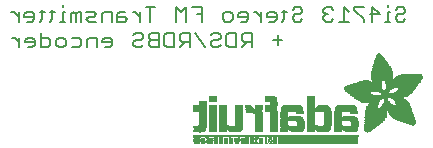
<source format=gbr>
G04 EAGLE Gerber RS-274X export*
G75*
%MOMM*%
%FSLAX34Y34*%
%LPD*%
%INSilkscreen Bottom*%
%IPPOS*%
%AMOC8*
5,1,8,0,0,1.08239X$1,22.5*%
G01*
%ADD10C,0.177800*%
%ADD11R,6.839700X0.016800*%
%ADD12R,0.268300X0.016800*%
%ADD13R,0.268200X0.016800*%
%ADD14R,0.251500X0.016800*%
%ADD15R,0.301800X0.016800*%
%ADD16R,0.251400X0.016800*%
%ADD17R,0.285000X0.016800*%
%ADD18R,0.301700X0.016800*%
%ADD19R,0.419100X0.016800*%
%ADD20R,0.318500X0.016800*%
%ADD21R,0.586700X0.016800*%
%ADD22R,0.586800X0.016800*%
%ADD23R,6.839700X0.016700*%
%ADD24R,0.268300X0.016700*%
%ADD25R,0.251400X0.016700*%
%ADD26R,0.251500X0.016700*%
%ADD27R,0.301800X0.016700*%
%ADD28R,0.285000X0.016700*%
%ADD29R,0.301700X0.016700*%
%ADD30R,0.419100X0.016700*%
%ADD31R,0.318500X0.016700*%
%ADD32R,0.586700X0.016700*%
%ADD33R,0.586800X0.016700*%
%ADD34R,0.318600X0.016800*%
%ADD35R,0.569900X0.016800*%
%ADD36R,0.335300X0.016800*%
%ADD37R,0.234700X0.016800*%
%ADD38R,0.234700X0.016700*%
%ADD39R,0.016700X0.016700*%
%ADD40R,0.318600X0.016700*%
%ADD41R,0.569900X0.016700*%
%ADD42R,0.335300X0.016700*%
%ADD43R,0.217900X0.016800*%
%ADD44R,0.033500X0.016800*%
%ADD45R,0.570000X0.016800*%
%ADD46R,0.201100X0.016700*%
%ADD47R,0.050300X0.016700*%
%ADD48R,0.670500X0.016700*%
%ADD49R,1.005800X0.016700*%
%ADD50R,0.570000X0.016700*%
%ADD51R,0.201100X0.016800*%
%ADD52R,0.067000X0.016800*%
%ADD53R,0.670500X0.016800*%
%ADD54R,1.005800X0.016800*%
%ADD55R,0.184400X0.016800*%
%ADD56R,0.989000X0.016800*%
%ADD57R,0.184400X0.016700*%
%ADD58R,0.067000X0.016700*%
%ADD59R,0.989000X0.016700*%
%ADD60R,0.167600X0.016800*%
%ADD61R,0.083800X0.016800*%
%ADD62R,0.637000X0.016800*%
%ADD63R,0.955500X0.016800*%
%ADD64R,0.150800X0.016800*%
%ADD65R,0.100600X0.016800*%
%ADD66R,0.536400X0.016800*%
%ADD67R,0.854900X0.016800*%
%ADD68R,0.150800X0.016700*%
%ADD69R,0.100600X0.016700*%
%ADD70R,0.352000X0.016700*%
%ADD71R,0.435900X0.016700*%
%ADD72R,0.402400X0.016700*%
%ADD73R,0.368800X0.016700*%
%ADD74R,0.134100X0.016800*%
%ADD75R,0.117300X0.016800*%
%ADD76R,0.435900X0.016800*%
%ADD77R,0.368900X0.016800*%
%ADD78R,0.603500X0.016800*%
%ADD79R,0.134100X0.016700*%
%ADD80R,0.117300X0.016700*%
%ADD81R,0.452600X0.016700*%
%ADD82R,0.620300X0.016700*%
%ADD83R,0.284900X0.016800*%
%ADD84R,0.486200X0.016800*%
%ADD85R,0.653800X0.016800*%
%ADD86R,0.804700X0.016800*%
%ADD87R,0.150900X0.016700*%
%ADD88R,0.268200X0.016700*%
%ADD89R,0.737600X0.016700*%
%ADD90R,0.603500X0.016700*%
%ADD91R,0.922000X0.016700*%
%ADD92R,0.150900X0.016800*%
%ADD93R,0.821400X0.016800*%
%ADD94R,0.972300X0.016800*%
%ADD95R,0.989100X0.016800*%
%ADD96R,0.083800X0.016700*%
%ADD97R,0.167600X0.016700*%
%ADD98R,0.821400X0.016700*%
%ADD99R,0.989100X0.016700*%
%ADD100R,0.201200X0.016700*%
%ADD101R,0.050300X0.016800*%
%ADD102R,0.201200X0.016800*%
%ADD103R,0.217900X0.016700*%
%ADD104R,0.284900X0.016700*%
%ADD105R,0.352100X0.016800*%
%ADD106R,0.620300X0.016800*%
%ADD107R,0.385600X0.016800*%
%ADD108R,0.335200X0.016800*%
%ADD109R,0.385600X0.016700*%
%ADD110R,0.687400X0.016700*%
%ADD111R,13.998000X0.016800*%
%ADD112R,13.998000X0.016700*%
%ADD113R,0.637000X0.016700*%
%ADD114R,0.486100X0.016700*%
%ADD115R,0.637100X0.016700*%
%ADD116R,0.519700X0.016700*%
%ADD117R,0.536500X0.016700*%
%ADD118R,0.787900X0.016800*%
%ADD119R,0.687400X0.016800*%
%ADD120R,0.771200X0.016800*%
%ADD121R,0.637100X0.016800*%
%ADD122R,0.720800X0.016800*%
%ADD123R,0.704100X0.016800*%
%ADD124R,0.754400X0.016800*%
%ADD125R,0.838200X0.016700*%
%ADD126R,0.871800X0.016700*%
%ADD127R,0.871700X0.016700*%
%ADD128R,0.402400X0.016800*%
%ADD129R,0.922100X0.016800*%
%ADD130R,0.938800X0.016800*%
%ADD131R,0.938800X0.016700*%
%ADD132R,1.022600X0.016700*%
%ADD133R,0.972400X0.016700*%
%ADD134R,0.972300X0.016700*%
%ADD135R,0.469400X0.016800*%
%ADD136R,1.072900X0.016800*%
%ADD137R,1.022600X0.016800*%
%ADD138R,1.005900X0.016800*%
%ADD139R,0.502900X0.016800*%
%ADD140R,1.123200X0.016800*%
%ADD141R,1.056200X0.016800*%
%ADD142R,1.123100X0.016800*%
%ADD143R,1.139900X0.016700*%
%ADD144R,1.089600X0.016700*%
%ADD145R,0.553200X0.016800*%
%ADD146R,1.190200X0.016800*%
%ADD147R,1.190300X0.016800*%
%ADD148R,1.039400X0.016800*%
%ADD149R,1.223700X0.016800*%
%ADD150R,1.173500X0.016800*%
%ADD151R,1.223800X0.016800*%
%ADD152R,1.240500X0.016700*%
%ADD153R,1.173500X0.016700*%
%ADD154R,1.240600X0.016700*%
%ADD155R,1.190300X0.016700*%
%ADD156R,1.056200X0.016700*%
%ADD157R,1.274100X0.016800*%
%ADD158R,1.274000X0.016800*%
%ADD159R,1.307600X0.016800*%
%ADD160R,1.257300X0.016800*%
%ADD161R,1.324400X0.016800*%
%ADD162R,0.687300X0.016700*%
%ADD163R,1.324400X0.016700*%
%ADD164R,1.307500X0.016700*%
%ADD165R,1.274100X0.016700*%
%ADD166R,1.072900X0.016700*%
%ADD167R,2.011600X0.016800*%
%ADD168R,1.324300X0.016800*%
%ADD169R,1.978100X0.016800*%
%ADD170R,2.011600X0.016700*%
%ADD171R,1.357900X0.016700*%
%ADD172R,1.994900X0.016700*%
%ADD173R,1.341200X0.016700*%
%ADD174R,1.089700X0.016700*%
%ADD175R,0.754300X0.016800*%
%ADD176R,1.994900X0.016800*%
%ADD177R,1.995000X0.016800*%
%ADD178R,1.089700X0.016800*%
%ADD179R,0.787900X0.016700*%
%ADD180R,1.995000X0.016700*%
%ADD181R,2.028400X0.016800*%
%ADD182R,2.011700X0.016800*%
%ADD183R,1.106500X0.016800*%
%ADD184R,2.028400X0.016700*%
%ADD185R,2.011700X0.016700*%
%ADD186R,1.106500X0.016700*%
%ADD187R,0.888400X0.016800*%
%ADD188R,0.922000X0.016800*%
%ADD189R,0.938700X0.016700*%
%ADD190R,2.045200X0.016800*%
%ADD191R,0.938700X0.016800*%
%ADD192R,0.670600X0.016700*%
%ADD193R,0.888500X0.016700*%
%ADD194R,2.045200X0.016700*%
%ADD195R,0.888400X0.016700*%
%ADD196R,0.804600X0.016800*%
%ADD197R,2.028500X0.016800*%
%ADD198R,1.056100X0.016700*%
%ADD199R,0.771100X0.016700*%
%ADD200R,0.754300X0.016700*%
%ADD201R,2.028500X0.016700*%
%ADD202R,0.737700X0.016700*%
%ADD203R,1.072800X0.016800*%
%ADD204R,0.871700X0.016800*%
%ADD205R,0.737600X0.016800*%
%ADD206R,0.871800X0.016800*%
%ADD207R,1.089600X0.016800*%
%ADD208R,0.704000X0.016800*%
%ADD209R,0.687300X0.016800*%
%ADD210R,0.670600X0.016800*%
%ADD211R,1.123100X0.016700*%
%ADD212R,0.720800X0.016700*%
%ADD213R,0.653700X0.016700*%
%ADD214R,0.653800X0.016700*%
%ADD215R,1.139900X0.016800*%
%ADD216R,1.173400X0.016800*%
%ADD217R,1.190200X0.016700*%
%ADD218R,1.207000X0.016800*%
%ADD219R,1.240500X0.016800*%
%ADD220R,0.469400X0.016700*%
%ADD221R,1.274000X0.016700*%
%ADD222R,0.519600X0.016800*%
%ADD223R,1.341100X0.016800*%
%ADD224R,0.771200X0.016700*%
%ADD225R,1.374600X0.016700*%
%ADD226R,0.838200X0.016800*%
%ADD227R,1.391400X0.016800*%
%ADD228R,1.424900X0.016800*%
%ADD229R,1.441700X0.016700*%
%ADD230R,1.475200X0.016800*%
%ADD231R,1.491900X0.016700*%
%ADD232R,1.525500X0.016800*%
%ADD233R,1.559000X0.016700*%
%ADD234R,1.575800X0.016800*%
%ADD235R,1.307600X0.016700*%
%ADD236R,1.592500X0.016700*%
%ADD237R,1.374700X0.016800*%
%ADD238R,1.609300X0.016800*%
%ADD239R,1.408200X0.016800*%
%ADD240R,1.626100X0.016800*%
%ADD241R,1.626100X0.016700*%
%ADD242R,1.508800X0.016800*%
%ADD243R,1.659600X0.016800*%
%ADD244R,1.559000X0.016800*%
%ADD245R,1.676400X0.016800*%
%ADD246R,1.575800X0.016700*%
%ADD247R,1.676400X0.016700*%
%ADD248R,1.978100X0.016700*%
%ADD249R,1.693100X0.016800*%
%ADD250R,1.642800X0.016800*%
%ADD251R,1.709900X0.016800*%
%ADD252R,1.961300X0.016800*%
%ADD253R,1.726600X0.016700*%
%ADD254R,1.961300X0.016700*%
%ADD255R,1.693200X0.016800*%
%ADD256R,1.726600X0.016800*%
%ADD257R,1.944600X0.016800*%
%ADD258R,1.726700X0.016700*%
%ADD259R,1.743400X0.016700*%
%ADD260R,1.944600X0.016700*%
%ADD261R,1.726700X0.016800*%
%ADD262R,1.760200X0.016800*%
%ADD263R,1.927800X0.016800*%
%ADD264R,1.911000X0.016800*%
%ADD265R,1.793700X0.016700*%
%ADD266R,1.776900X0.016700*%
%ADD267R,1.911100X0.016700*%
%ADD268R,1.894300X0.016700*%
%ADD269R,1.793800X0.016800*%
%ADD270R,1.776900X0.016800*%
%ADD271R,1.911100X0.016800*%
%ADD272R,1.894300X0.016800*%
%ADD273R,1.827300X0.016800*%
%ADD274R,1.810500X0.016800*%
%ADD275R,1.877500X0.016800*%
%ADD276R,1.844100X0.016700*%
%ADD277R,1.810500X0.016700*%
%ADD278R,1.860800X0.016700*%
%ADD279R,1.844000X0.016700*%
%ADD280R,1.860900X0.016800*%
%ADD281R,1.844000X0.016800*%
%ADD282R,1.827200X0.016800*%
%ADD283R,1.860800X0.016800*%
%ADD284R,1.793700X0.016800*%
%ADD285R,1.877600X0.016700*%
%ADD286R,1.827200X0.016700*%
%ADD287R,1.927800X0.016700*%
%ADD288R,1.927900X0.016800*%
%ADD289R,1.944700X0.016700*%
%ADD290R,1.877500X0.016700*%
%ADD291R,1.961400X0.016800*%
%ADD292R,1.961400X0.016700*%
%ADD293R,1.978200X0.016800*%
%ADD294R,1.911000X0.016700*%
%ADD295R,0.620200X0.016800*%
%ADD296R,1.425000X0.016800*%
%ADD297R,0.620200X0.016700*%
%ADD298R,1.425000X0.016700*%
%ADD299R,0.653700X0.016800*%
%ADD300R,0.704100X0.016700*%
%ADD301R,0.804700X0.016700*%
%ADD302R,0.905200X0.016800*%
%ADD303R,1.894400X0.016800*%
%ADD304R,1.927900X0.016700*%
%ADD305R,1.877600X0.016800*%
%ADD306R,3.889300X0.016800*%
%ADD307R,3.872500X0.016700*%
%ADD308R,3.872500X0.016800*%
%ADD309R,3.855700X0.016700*%
%ADD310R,0.754400X0.016700*%
%ADD311R,3.855700X0.016800*%
%ADD312R,3.839000X0.016800*%
%ADD313R,0.720900X0.016800*%
%ADD314R,3.822200X0.016700*%
%ADD315R,2.715700X0.016800*%
%ADD316R,2.632000X0.016800*%
%ADD317R,1.290800X0.016800*%
%ADD318R,2.615200X0.016700*%
%ADD319R,1.257300X0.016700*%
%ADD320R,2.581700X0.016800*%
%ADD321R,1.240600X0.016800*%
%ADD322R,2.564900X0.016800*%
%ADD323R,1.760300X0.016800*%
%ADD324R,2.531400X0.016700*%
%ADD325R,1.156700X0.016700*%
%ADD326R,2.514600X0.016800*%
%ADD327R,0.955600X0.016800*%
%ADD328R,2.497800X0.016800*%
%ADD329R,1.659700X0.016800*%
%ADD330R,2.464300X0.016700*%
%ADD331R,1.039300X0.016700*%
%ADD332R,2.447500X0.016800*%
%ADD333R,1.592500X0.016800*%
%ADD334R,0.536500X0.016800*%
%ADD335R,2.430800X0.016700*%
%ADD336R,1.559100X0.016700*%
%ADD337R,1.542300X0.016700*%
%ADD338R,0.502900X0.016700*%
%ADD339R,2.414000X0.016800*%
%ADD340R,0.905300X0.016800*%
%ADD341R,1.508700X0.016800*%
%ADD342R,0.888500X0.016800*%
%ADD343R,2.397300X0.016800*%
%ADD344R,1.441700X0.016800*%
%ADD345R,0.452700X0.016800*%
%ADD346R,1.290900X0.016700*%
%ADD347R,1.156700X0.016800*%
%ADD348R,0.855000X0.016800*%
%ADD349R,1.123200X0.016700*%
%ADD350R,0.720900X0.016700*%
%ADD351R,1.106400X0.016800*%
%ADD352R,1.106400X0.016700*%
%ADD353R,0.771100X0.016800*%
%ADD354R,0.435800X0.016700*%
%ADD355R,1.592600X0.016700*%
%ADD356R,0.435800X0.016800*%
%ADD357R,1.642900X0.016800*%
%ADD358R,0.402300X0.016800*%
%ADD359R,1.793800X0.016700*%
%ADD360R,0.368800X0.016800*%
%ADD361R,1.056100X0.016800*%
%ADD362R,1.039400X0.016700*%
%ADD363R,2.078800X0.016800*%
%ADD364R,0.335200X0.016700*%
%ADD365R,2.145800X0.016700*%
%ADD366R,2.162600X0.016800*%
%ADD367R,0.352000X0.016800*%
%ADD368R,2.212800X0.016800*%
%ADD369R,2.279900X0.016700*%
%ADD370R,2.330200X0.016800*%
%ADD371R,2.799500X0.016800*%
%ADD372R,2.816300X0.016700*%
%ADD373R,0.955500X0.016700*%
%ADD374R,2.849900X0.016800*%
%ADD375R,2.916900X0.016800*%
%ADD376R,4.224500X0.016700*%
%ADD377R,4.291600X0.016800*%
%ADD378R,4.409000X0.016800*%
%ADD379R,4.509500X0.016700*%
%ADD380R,4.526300X0.016800*%
%ADD381R,4.626800X0.016700*%
%ADD382R,4.693900X0.016800*%
%ADD383R,4.727400X0.016800*%
%ADD384R,2.548200X0.016700*%
%ADD385R,2.179300X0.016700*%
%ADD386R,2.430800X0.016800*%
%ADD387R,2.414000X0.016700*%
%ADD388R,2.414100X0.016800*%
%ADD389R,2.430700X0.016700*%
%ADD390R,2.447600X0.016700*%
%ADD391R,1.559100X0.016800*%
%ADD392R,1.525500X0.016700*%
%ADD393R,1.492000X0.016800*%
%ADD394R,1.491900X0.016800*%
%ADD395R,1.458500X0.016700*%
%ADD396R,2.061900X0.016800*%
%ADD397R,1.408100X0.016700*%
%ADD398R,0.905200X0.016700*%
%ADD399R,2.112300X0.016700*%
%ADD400R,2.179300X0.016800*%
%ADD401R,1.408200X0.016700*%
%ADD402R,2.212900X0.016700*%
%ADD403R,1.140000X0.016800*%
%ADD404R,3.319300X0.016800*%
%ADD405R,1.374700X0.016700*%
%ADD406R,0.402300X0.016700*%
%ADD407R,3.302500X0.016700*%
%ADD408R,3.285700X0.016800*%
%ADD409R,1.357900X0.016800*%
%ADD410R,3.269000X0.016800*%
%ADD411R,3.285800X0.016700*%
%ADD412R,3.268900X0.016800*%
%ADD413R,0.452700X0.016700*%
%ADD414R,3.268900X0.016700*%
%ADD415R,1.391400X0.016700*%
%ADD416R,3.269000X0.016700*%
%ADD417R,1.374600X0.016800*%
%ADD418R,0.519700X0.016800*%
%ADD419R,3.252200X0.016800*%
%ADD420R,3.235400X0.016800*%
%ADD421R,3.235400X0.016700*%
%ADD422R,3.218600X0.016800*%
%ADD423R,3.201900X0.016800*%
%ADD424R,3.201900X0.016700*%
%ADD425R,1.458500X0.016800*%
%ADD426R,1.525600X0.016800*%
%ADD427R,3.185100X0.016800*%
%ADD428R,2.531300X0.016700*%
%ADD429R,3.168400X0.016700*%
%ADD430R,2.531300X0.016800*%
%ADD431R,3.151600X0.016800*%
%ADD432R,2.548100X0.016800*%
%ADD433R,3.134900X0.016800*%
%ADD434R,2.564900X0.016700*%
%ADD435R,3.118100X0.016700*%
%ADD436R,2.581600X0.016800*%
%ADD437R,3.101400X0.016800*%
%ADD438R,2.598400X0.016700*%
%ADD439R,3.067900X0.016700*%
%ADD440R,2.598400X0.016800*%
%ADD441R,3.034300X0.016800*%
%ADD442R,2.615100X0.016800*%
%ADD443R,3.000800X0.016800*%
%ADD444R,2.631900X0.016700*%
%ADD445R,2.950500X0.016700*%
%ADD446R,2.648700X0.016800*%
%ADD447R,2.900200X0.016800*%
%ADD448R,2.665500X0.016800*%
%ADD449R,2.682200X0.016700*%
%ADD450R,2.799600X0.016700*%
%ADD451R,2.699000X0.016800*%
%ADD452R,2.732500X0.016800*%
%ADD453R,2.749300X0.016700*%
%ADD454R,2.632000X0.016700*%
%ADD455R,2.749300X0.016800*%
%ADD456R,2.766100X0.016700*%
%ADD457R,2.766100X0.016800*%
%ADD458R,2.481100X0.016800*%
%ADD459R,2.782900X0.016800*%
%ADD460R,2.380500X0.016700*%
%ADD461R,2.833100X0.016800*%
%ADD462R,1.592600X0.016800*%
%ADD463R,2.849900X0.016700*%
%ADD464R,2.883400X0.016800*%
%ADD465R,2.917000X0.016700*%
%ADD466R,2.933700X0.016800*%
%ADD467R,2.967200X0.016800*%
%ADD468R,2.967200X0.016700*%
%ADD469R,3.017500X0.016700*%
%ADD470R,3.051000X0.016800*%
%ADD471R,0.788000X0.016800*%
%ADD472R,3.084600X0.016800*%
%ADD473R,2.397300X0.016700*%
%ADD474R,2.397200X0.016800*%
%ADD475R,1.760200X0.016700*%
%ADD476R,2.397200X0.016700*%
%ADD477R,1.827300X0.016700*%
%ADD478R,2.380500X0.016800*%
%ADD479R,2.363700X0.016800*%
%ADD480R,2.363700X0.016700*%
%ADD481R,2.346900X0.016800*%
%ADD482R,2.296600X0.016700*%
%ADD483R,2.279900X0.016800*%
%ADD484R,2.246300X0.016800*%
%ADD485R,2.229600X0.016700*%
%ADD486R,2.129100X0.016800*%
%ADD487R,2.112300X0.016800*%
%ADD488R,1.609300X0.016700*%
%ADD489R,1.743400X0.016800*%
%ADD490R,1.693100X0.016700*%
%ADD491R,1.659700X0.016700*%
%ADD492R,1.575900X0.016800*%
%ADD493R,1.575900X0.016700*%
%ADD494R,1.475200X0.016700*%
%ADD495R,1.324300X0.016700*%
%ADD496R,1.290800X0.016700*%
%ADD497R,1.207000X0.016700*%
%ADD498R,0.854900X0.016700*%
%ADD499R,0.821500X0.016700*%
%ADD500R,0.821500X0.016800*%
%ADD501R,0.218000X0.016800*%


D10*
X347677Y149700D02*
X349753Y151776D01*
X353905Y151776D01*
X355981Y149700D01*
X355981Y147623D01*
X353905Y145547D01*
X349753Y145547D01*
X347677Y143471D01*
X347677Y141395D01*
X349753Y139319D01*
X353905Y139319D01*
X355981Y141395D01*
X342884Y147623D02*
X340808Y147623D01*
X340808Y139319D01*
X342884Y139319D02*
X338732Y139319D01*
X340808Y151776D02*
X340808Y153852D01*
X327924Y151776D02*
X327924Y139319D01*
X334152Y145547D02*
X327924Y151776D01*
X325848Y145547D02*
X334152Y145547D01*
X321055Y151776D02*
X312751Y151776D01*
X312751Y149700D01*
X321055Y141395D01*
X321055Y139319D01*
X307958Y147623D02*
X303806Y151776D01*
X303806Y139319D01*
X307958Y139319D02*
X299653Y139319D01*
X294861Y149700D02*
X292784Y151776D01*
X288632Y151776D01*
X286556Y149700D01*
X286556Y147623D01*
X288632Y145547D01*
X290708Y145547D01*
X288632Y145547D02*
X286556Y143471D01*
X286556Y141395D01*
X288632Y139319D01*
X292784Y139319D01*
X294861Y141395D01*
X262438Y151776D02*
X260362Y149700D01*
X262438Y151776D02*
X266590Y151776D01*
X268666Y149700D01*
X268666Y147623D01*
X266590Y145547D01*
X262438Y145547D01*
X260362Y143471D01*
X260362Y141395D01*
X262438Y139319D01*
X266590Y139319D01*
X268666Y141395D01*
X253493Y141395D02*
X253493Y149700D01*
X253493Y141395D02*
X251417Y139319D01*
X251417Y147623D02*
X255569Y147623D01*
X244761Y139319D02*
X240609Y139319D01*
X244761Y139319D02*
X246837Y141395D01*
X246837Y145547D01*
X244761Y147623D01*
X240609Y147623D01*
X238533Y145547D01*
X238533Y143471D01*
X246837Y143471D01*
X233740Y139319D02*
X233740Y147623D01*
X233740Y143471D02*
X229588Y147623D01*
X227512Y147623D01*
X220750Y139319D02*
X216597Y139319D01*
X220750Y139319D02*
X222826Y141395D01*
X222826Y145547D01*
X220750Y147623D01*
X216597Y147623D01*
X214521Y145547D01*
X214521Y143471D01*
X222826Y143471D01*
X207652Y139319D02*
X203500Y139319D01*
X201424Y141395D01*
X201424Y145547D01*
X203500Y147623D01*
X207652Y147623D01*
X209728Y145547D01*
X209728Y141395D01*
X207652Y139319D01*
X183534Y139319D02*
X183534Y151776D01*
X175229Y151776D01*
X179382Y145547D02*
X183534Y145547D01*
X170437Y139319D02*
X170437Y151776D01*
X166284Y147623D01*
X162132Y151776D01*
X162132Y139319D01*
X140090Y139319D02*
X140090Y151776D01*
X144242Y151776D02*
X135938Y151776D01*
X131145Y147623D02*
X131145Y139319D01*
X131145Y143471D02*
X126993Y147623D01*
X124917Y147623D01*
X118154Y147623D02*
X114002Y147623D01*
X111926Y145547D01*
X111926Y139319D01*
X118154Y139319D01*
X120231Y141395D01*
X118154Y143471D01*
X111926Y143471D01*
X107133Y139319D02*
X107133Y147623D01*
X100905Y147623D01*
X98829Y145547D01*
X98829Y139319D01*
X94036Y139319D02*
X87808Y139319D01*
X85732Y141395D01*
X87808Y143471D01*
X91960Y143471D01*
X94036Y145547D01*
X91960Y147623D01*
X85732Y147623D01*
X80939Y147623D02*
X80939Y139319D01*
X80939Y147623D02*
X78863Y147623D01*
X76787Y145547D01*
X76787Y139319D01*
X76787Y145547D02*
X74710Y147623D01*
X72634Y145547D01*
X72634Y139319D01*
X67842Y147623D02*
X65765Y147623D01*
X65765Y139319D01*
X63689Y139319D02*
X67842Y139319D01*
X65765Y151776D02*
X65765Y153852D01*
X57034Y149700D02*
X57034Y141395D01*
X54958Y139319D01*
X54958Y147623D02*
X59110Y147623D01*
X48302Y149700D02*
X48302Y141395D01*
X46226Y139319D01*
X46226Y147623D02*
X50379Y147623D01*
X39571Y139319D02*
X35419Y139319D01*
X39571Y139319D02*
X41647Y141395D01*
X41647Y145547D01*
X39571Y147623D01*
X35419Y147623D01*
X33343Y145547D01*
X33343Y143471D01*
X41647Y143471D01*
X28550Y139319D02*
X28550Y147623D01*
X28550Y143471D02*
X24398Y147623D01*
X22321Y147623D01*
X243537Y123957D02*
X251841Y123957D01*
X247689Y119805D02*
X247689Y128110D01*
X225647Y130186D02*
X225647Y117729D01*
X225647Y130186D02*
X219418Y130186D01*
X217342Y128110D01*
X217342Y123957D01*
X219418Y121881D01*
X225647Y121881D01*
X221494Y121881D02*
X217342Y117729D01*
X212549Y117729D02*
X212549Y130186D01*
X212549Y117729D02*
X206321Y117729D01*
X204245Y119805D01*
X204245Y128110D01*
X206321Y130186D01*
X212549Y130186D01*
X193224Y130186D02*
X191148Y128110D01*
X193224Y130186D02*
X197376Y130186D01*
X199452Y128110D01*
X199452Y126033D01*
X197376Y123957D01*
X193224Y123957D01*
X191148Y121881D01*
X191148Y119805D01*
X193224Y117729D01*
X197376Y117729D01*
X199452Y119805D01*
X186355Y117729D02*
X178050Y130186D01*
X173258Y130186D02*
X173258Y117729D01*
X173258Y130186D02*
X167029Y130186D01*
X164953Y128110D01*
X164953Y123957D01*
X167029Y121881D01*
X173258Y121881D01*
X169105Y121881D02*
X164953Y117729D01*
X160160Y117729D02*
X160160Y130186D01*
X160160Y117729D02*
X153932Y117729D01*
X151856Y119805D01*
X151856Y128110D01*
X153932Y130186D01*
X160160Y130186D01*
X147063Y130186D02*
X147063Y117729D01*
X147063Y130186D02*
X140835Y130186D01*
X138759Y128110D01*
X138759Y126033D01*
X140835Y123957D01*
X138759Y121881D01*
X138759Y119805D01*
X140835Y117729D01*
X147063Y117729D01*
X147063Y123957D02*
X140835Y123957D01*
X127737Y130186D02*
X125661Y128110D01*
X127737Y130186D02*
X131890Y130186D01*
X133966Y128110D01*
X133966Y126033D01*
X131890Y123957D01*
X127737Y123957D01*
X125661Y121881D01*
X125661Y119805D01*
X127737Y117729D01*
X131890Y117729D01*
X133966Y119805D01*
X105695Y117729D02*
X101543Y117729D01*
X105695Y117729D02*
X107771Y119805D01*
X107771Y123957D01*
X105695Y126033D01*
X101543Y126033D01*
X99467Y123957D01*
X99467Y121881D01*
X107771Y121881D01*
X94674Y117729D02*
X94674Y126033D01*
X88446Y126033D01*
X86370Y123957D01*
X86370Y117729D01*
X79501Y126033D02*
X73272Y126033D01*
X79501Y126033D02*
X81577Y123957D01*
X81577Y119805D01*
X79501Y117729D01*
X73272Y117729D01*
X66403Y117729D02*
X62251Y117729D01*
X60175Y119805D01*
X60175Y123957D01*
X62251Y126033D01*
X66403Y126033D01*
X68480Y123957D01*
X68480Y119805D01*
X66403Y117729D01*
X47078Y117729D02*
X47078Y130186D01*
X47078Y117729D02*
X53306Y117729D01*
X55382Y119805D01*
X55382Y123957D01*
X53306Y126033D01*
X47078Y126033D01*
X40209Y117729D02*
X36057Y117729D01*
X40209Y117729D02*
X42285Y119805D01*
X42285Y123957D01*
X40209Y126033D01*
X36057Y126033D01*
X33981Y123957D01*
X33981Y121881D01*
X42285Y121881D01*
X29188Y117729D02*
X29188Y126033D01*
X29188Y121881D02*
X25036Y126033D01*
X22959Y126033D01*
D11*
X282172Y35560D03*
D12*
X245626Y35560D03*
D13*
X242105Y35560D03*
D14*
X237663Y35560D03*
D12*
X234059Y35560D03*
D15*
X230035Y35560D03*
D16*
X225928Y35560D03*
D17*
X222072Y35560D03*
D18*
X218133Y35560D03*
D19*
X213523Y35560D03*
X208326Y35560D03*
D20*
X203632Y35560D03*
D17*
X199608Y35560D03*
X195753Y35560D03*
D21*
X190221Y35560D03*
D18*
X184773Y35560D03*
D22*
X179324Y35560D03*
D23*
X282172Y35728D03*
D24*
X245626Y35728D03*
D25*
X242189Y35728D03*
D26*
X237663Y35728D03*
D27*
X233891Y35728D03*
D28*
X229951Y35728D03*
D29*
X226012Y35728D03*
D28*
X222072Y35728D03*
D29*
X218133Y35728D03*
D30*
X213523Y35728D03*
X208326Y35728D03*
D31*
X203632Y35728D03*
D28*
X199608Y35728D03*
X195753Y35728D03*
D32*
X190221Y35728D03*
D31*
X184857Y35728D03*
D33*
X179324Y35728D03*
D11*
X282172Y35895D03*
D12*
X245626Y35895D03*
D16*
X242189Y35895D03*
D14*
X237663Y35895D03*
D34*
X233807Y35895D03*
D12*
X229868Y35895D03*
D20*
X225928Y35895D03*
D17*
X222072Y35895D03*
D20*
X218217Y35895D03*
D19*
X213523Y35895D03*
X208326Y35895D03*
D20*
X203632Y35895D03*
D17*
X199608Y35895D03*
X195753Y35895D03*
D35*
X190305Y35895D03*
D36*
X184773Y35895D03*
D22*
X179324Y35895D03*
D11*
X282172Y36063D03*
D12*
X245626Y36063D03*
D37*
X242273Y36063D03*
D14*
X237663Y36063D03*
D34*
X233807Y36063D03*
D12*
X229868Y36063D03*
D20*
X225928Y36063D03*
D16*
X222072Y36063D03*
D20*
X218217Y36063D03*
D19*
X213523Y36063D03*
X208326Y36063D03*
D20*
X203632Y36063D03*
D17*
X199608Y36063D03*
X195753Y36063D03*
D35*
X190305Y36063D03*
D36*
X184773Y36063D03*
D22*
X179324Y36063D03*
D23*
X282172Y36231D03*
D24*
X245626Y36231D03*
D38*
X242273Y36231D03*
D39*
X240010Y36231D03*
D26*
X237663Y36231D03*
D40*
X233807Y36231D03*
D24*
X229868Y36231D03*
D31*
X225928Y36231D03*
D25*
X222072Y36231D03*
D31*
X218217Y36231D03*
D30*
X213523Y36231D03*
X208326Y36231D03*
D31*
X203632Y36231D03*
D28*
X199608Y36231D03*
X195753Y36231D03*
D41*
X190305Y36231D03*
D42*
X184773Y36231D03*
D33*
X179324Y36231D03*
D11*
X282172Y36398D03*
D12*
X245626Y36398D03*
D43*
X242357Y36398D03*
D44*
X240094Y36398D03*
D14*
X237663Y36398D03*
D34*
X233807Y36398D03*
D12*
X229868Y36398D03*
D20*
X225928Y36398D03*
D16*
X222072Y36398D03*
D20*
X218217Y36398D03*
D19*
X213523Y36398D03*
X208326Y36398D03*
D18*
X203716Y36398D03*
D17*
X199608Y36398D03*
X195753Y36398D03*
D35*
X190305Y36398D03*
D36*
X184773Y36398D03*
D45*
X179240Y36398D03*
D11*
X282172Y36566D03*
D12*
X245626Y36566D03*
D43*
X242357Y36566D03*
D44*
X240094Y36566D03*
D14*
X237663Y36566D03*
D34*
X233807Y36566D03*
D12*
X229868Y36566D03*
D20*
X225928Y36566D03*
D16*
X222072Y36566D03*
D20*
X218217Y36566D03*
D19*
X213523Y36566D03*
X208326Y36566D03*
D18*
X203716Y36566D03*
D17*
X199608Y36566D03*
X195753Y36566D03*
D35*
X190305Y36566D03*
D36*
X184773Y36566D03*
D45*
X179240Y36566D03*
D23*
X282172Y36734D03*
D24*
X245626Y36734D03*
D46*
X242441Y36734D03*
D47*
X240178Y36734D03*
D26*
X237663Y36734D03*
D40*
X233807Y36734D03*
D24*
X229868Y36734D03*
D31*
X225928Y36734D03*
D48*
X219977Y36734D03*
D30*
X213523Y36734D03*
X208326Y36734D03*
D29*
X203716Y36734D03*
D27*
X199692Y36734D03*
D28*
X195753Y36734D03*
D49*
X188125Y36734D03*
D50*
X179240Y36734D03*
D11*
X282172Y36901D03*
D12*
X245626Y36901D03*
D51*
X242441Y36901D03*
D52*
X240261Y36901D03*
D14*
X237663Y36901D03*
D34*
X233807Y36901D03*
D14*
X229784Y36901D03*
D20*
X225928Y36901D03*
D53*
X219977Y36901D03*
D19*
X213523Y36901D03*
X208326Y36901D03*
D18*
X203716Y36901D03*
D15*
X199692Y36901D03*
D17*
X195753Y36901D03*
D54*
X188125Y36901D03*
D22*
X179324Y36901D03*
D11*
X282172Y37069D03*
D12*
X245626Y37069D03*
D55*
X242524Y37069D03*
D52*
X240261Y37069D03*
D14*
X237663Y37069D03*
D36*
X233724Y37069D03*
D14*
X229784Y37069D03*
D20*
X225928Y37069D03*
D53*
X219977Y37069D03*
D19*
X213523Y37069D03*
X208326Y37069D03*
D18*
X203716Y37069D03*
D15*
X199692Y37069D03*
D17*
X195753Y37069D03*
D56*
X188209Y37069D03*
D22*
X179324Y37069D03*
D23*
X282172Y37237D03*
D24*
X245626Y37237D03*
D57*
X242524Y37237D03*
D58*
X240261Y37237D03*
D26*
X237663Y37237D03*
D42*
X233724Y37237D03*
D26*
X229784Y37237D03*
D31*
X225928Y37237D03*
D48*
X219977Y37237D03*
D30*
X213523Y37237D03*
X208326Y37237D03*
D28*
X203799Y37237D03*
D40*
X199776Y37237D03*
D28*
X195753Y37237D03*
D59*
X188209Y37237D03*
D33*
X179324Y37237D03*
D11*
X282172Y37404D03*
D12*
X245626Y37404D03*
D60*
X242608Y37404D03*
D61*
X240345Y37404D03*
D14*
X237663Y37404D03*
D36*
X233724Y37404D03*
D14*
X229784Y37404D03*
D20*
X225928Y37404D03*
D62*
X220144Y37404D03*
D19*
X213523Y37404D03*
X208326Y37404D03*
D34*
X199776Y37404D03*
D17*
X195753Y37404D03*
D63*
X188377Y37404D03*
D22*
X179324Y37404D03*
D11*
X282172Y37572D03*
D12*
X245626Y37572D03*
D64*
X242692Y37572D03*
D65*
X240429Y37572D03*
D14*
X237663Y37572D03*
D36*
X233724Y37572D03*
D14*
X229784Y37572D03*
D20*
X225928Y37572D03*
D66*
X220647Y37572D03*
D19*
X213523Y37572D03*
X208326Y37572D03*
D36*
X199860Y37572D03*
D17*
X195753Y37572D03*
D67*
X188880Y37572D03*
D22*
X179324Y37572D03*
D23*
X282172Y37740D03*
D24*
X245626Y37740D03*
D68*
X242692Y37740D03*
D69*
X240429Y37740D03*
D26*
X237663Y37740D03*
D42*
X233724Y37740D03*
D26*
X229784Y37740D03*
D31*
X225928Y37740D03*
D70*
X221569Y37740D03*
D71*
X213607Y37740D03*
D30*
X208326Y37740D03*
D72*
X200195Y37740D03*
D28*
X195753Y37740D03*
D73*
X188293Y37740D03*
D33*
X179324Y37740D03*
D11*
X282172Y37907D03*
D12*
X245626Y37907D03*
D74*
X242776Y37907D03*
D75*
X240513Y37907D03*
D14*
X237663Y37907D03*
D36*
X233724Y37907D03*
D14*
X229784Y37907D03*
D20*
X225928Y37907D03*
D18*
X221821Y37907D03*
D76*
X213607Y37907D03*
D19*
X208326Y37907D03*
D77*
X200028Y37907D03*
D17*
X195753Y37907D03*
D20*
X188545Y37907D03*
D78*
X179408Y37907D03*
D23*
X282172Y38075D03*
D24*
X245626Y38075D03*
D79*
X242776Y38075D03*
D80*
X240513Y38075D03*
D26*
X237663Y38075D03*
D42*
X233724Y38075D03*
D26*
X229784Y38075D03*
D31*
X225928Y38075D03*
D29*
X221821Y38075D03*
D81*
X213690Y38075D03*
D30*
X208326Y38075D03*
D42*
X199860Y38075D03*
D28*
X195753Y38075D03*
D31*
X188545Y38075D03*
D82*
X179492Y38075D03*
D11*
X282172Y38242D03*
D12*
X245626Y38242D03*
D75*
X242860Y38242D03*
X240513Y38242D03*
D14*
X237663Y38242D03*
D36*
X233724Y38242D03*
D14*
X229784Y38242D03*
D20*
X225928Y38242D03*
D83*
X221905Y38242D03*
D84*
X213858Y38242D03*
D19*
X208326Y38242D03*
D13*
X203883Y38242D03*
D34*
X199776Y38242D03*
D17*
X195753Y38242D03*
D15*
X188628Y38242D03*
D85*
X179659Y38242D03*
D11*
X282172Y38410D03*
D12*
X245626Y38410D03*
D75*
X242860Y38410D03*
D74*
X240597Y38410D03*
D14*
X237663Y38410D03*
D36*
X233724Y38410D03*
D14*
X229784Y38410D03*
D20*
X225928Y38410D03*
D13*
X221988Y38410D03*
D62*
X214612Y38410D03*
D19*
X208326Y38410D03*
D18*
X203716Y38410D03*
D15*
X199692Y38410D03*
D17*
X195753Y38410D03*
D15*
X188628Y38410D03*
D86*
X180414Y38410D03*
D23*
X282172Y38578D03*
D24*
X245626Y38578D03*
D69*
X242943Y38578D03*
D87*
X240681Y38578D03*
D26*
X237663Y38578D03*
D42*
X233724Y38578D03*
D26*
X229784Y38578D03*
D31*
X225928Y38578D03*
D88*
X221988Y38578D03*
D89*
X215115Y38578D03*
D30*
X208326Y38578D03*
D29*
X203716Y38578D03*
D27*
X199692Y38578D03*
D28*
X195753Y38578D03*
D90*
X190137Y38578D03*
D91*
X181000Y38578D03*
D11*
X282172Y38745D03*
D12*
X245626Y38745D03*
D65*
X242943Y38745D03*
D92*
X240681Y38745D03*
D14*
X237663Y38745D03*
D36*
X233724Y38745D03*
D14*
X229784Y38745D03*
D20*
X225928Y38745D03*
D13*
X221988Y38745D03*
D93*
X215534Y38745D03*
D19*
X208326Y38745D03*
D20*
X203632Y38745D03*
D17*
X199608Y38745D03*
X195753Y38745D03*
D21*
X190221Y38745D03*
D94*
X181252Y38745D03*
D11*
X282172Y38913D03*
D12*
X245626Y38913D03*
D61*
X243027Y38913D03*
D60*
X240764Y38913D03*
D14*
X237663Y38913D03*
D34*
X233807Y38913D03*
D14*
X229784Y38913D03*
D20*
X225928Y38913D03*
D13*
X221988Y38913D03*
D93*
X215534Y38913D03*
D19*
X208326Y38913D03*
D20*
X203632Y38913D03*
D17*
X199608Y38913D03*
X195753Y38913D03*
D21*
X190221Y38913D03*
D95*
X181336Y38913D03*
D23*
X282172Y39081D03*
D24*
X245626Y39081D03*
D96*
X243027Y39081D03*
D97*
X240764Y39081D03*
D26*
X237663Y39081D03*
D40*
X233807Y39081D03*
D26*
X229784Y39081D03*
D31*
X225928Y39081D03*
D88*
X221988Y39081D03*
D98*
X215534Y39081D03*
D30*
X208326Y39081D03*
D31*
X203632Y39081D03*
D28*
X199608Y39081D03*
X195753Y39081D03*
D32*
X190221Y39081D03*
D99*
X181336Y39081D03*
D11*
X282172Y39248D03*
D12*
X245626Y39248D03*
D52*
X243111Y39248D03*
D55*
X240848Y39248D03*
D14*
X237663Y39248D03*
D34*
X233807Y39248D03*
D12*
X229868Y39248D03*
D20*
X225928Y39248D03*
D13*
X221988Y39248D03*
D93*
X215534Y39248D03*
D19*
X208326Y39248D03*
D20*
X203632Y39248D03*
D17*
X199608Y39248D03*
X195753Y39248D03*
D21*
X190221Y39248D03*
D95*
X181336Y39248D03*
D11*
X282172Y39416D03*
D12*
X245626Y39416D03*
D52*
X243111Y39416D03*
D55*
X240848Y39416D03*
D14*
X237663Y39416D03*
D34*
X233807Y39416D03*
D12*
X229868Y39416D03*
D20*
X225928Y39416D03*
D13*
X221988Y39416D03*
D93*
X215534Y39416D03*
D19*
X208326Y39416D03*
D20*
X203632Y39416D03*
D17*
X199608Y39416D03*
X195753Y39416D03*
D21*
X190221Y39416D03*
D95*
X181336Y39416D03*
D23*
X282172Y39584D03*
D24*
X245626Y39584D03*
D47*
X243195Y39584D03*
D100*
X240932Y39584D03*
D26*
X237663Y39584D03*
D40*
X233807Y39584D03*
D24*
X229868Y39584D03*
D31*
X225928Y39584D03*
D88*
X221988Y39584D03*
D29*
X218133Y39584D03*
D71*
X213607Y39584D03*
D30*
X208326Y39584D03*
D31*
X203632Y39584D03*
D28*
X199608Y39584D03*
X195753Y39584D03*
D32*
X190221Y39584D03*
D29*
X184773Y39584D03*
D33*
X179324Y39584D03*
D11*
X282172Y39751D03*
D12*
X245626Y39751D03*
D101*
X243195Y39751D03*
D102*
X240932Y39751D03*
D14*
X237663Y39751D03*
D34*
X233807Y39751D03*
D12*
X229868Y39751D03*
D20*
X225928Y39751D03*
D13*
X221988Y39751D03*
D83*
X218217Y39751D03*
D76*
X213607Y39751D03*
D19*
X208326Y39751D03*
D20*
X203632Y39751D03*
D17*
X199608Y39751D03*
X195753Y39751D03*
D21*
X190221Y39751D03*
D18*
X184773Y39751D03*
D22*
X179324Y39751D03*
D23*
X282172Y39919D03*
D24*
X245626Y39919D03*
D47*
X243195Y39919D03*
D103*
X241016Y39919D03*
D26*
X237663Y39919D03*
D40*
X233807Y39919D03*
D24*
X229868Y39919D03*
D31*
X225928Y39919D03*
D88*
X221988Y39919D03*
D104*
X218217Y39919D03*
D71*
X213607Y39919D03*
D30*
X208326Y39919D03*
D31*
X203632Y39919D03*
D28*
X199608Y39919D03*
X195753Y39919D03*
D32*
X190221Y39919D03*
D29*
X184773Y39919D03*
D33*
X179324Y39919D03*
D11*
X282172Y40086D03*
D12*
X245626Y40086D03*
D37*
X241100Y40086D03*
D14*
X237663Y40086D03*
D34*
X233807Y40086D03*
D12*
X229868Y40086D03*
D20*
X225928Y40086D03*
D13*
X221988Y40086D03*
D83*
X218217Y40086D03*
D76*
X213607Y40086D03*
D19*
X208326Y40086D03*
D20*
X203632Y40086D03*
D17*
X199608Y40086D03*
X195753Y40086D03*
D21*
X190221Y40086D03*
D18*
X184773Y40086D03*
D22*
X179324Y40086D03*
D11*
X282172Y40254D03*
D12*
X245626Y40254D03*
D37*
X241100Y40254D03*
D14*
X237663Y40254D03*
D15*
X233891Y40254D03*
D17*
X229951Y40254D03*
D20*
X225928Y40254D03*
D13*
X221988Y40254D03*
D83*
X218217Y40254D03*
D76*
X213607Y40254D03*
D19*
X208326Y40254D03*
D18*
X203716Y40254D03*
D17*
X199608Y40254D03*
X195753Y40254D03*
D21*
X190221Y40254D03*
D18*
X184773Y40254D03*
D22*
X179324Y40254D03*
D23*
X282172Y40422D03*
D24*
X245626Y40422D03*
D38*
X241100Y40422D03*
D26*
X237663Y40422D03*
D28*
X233975Y40422D03*
X229951Y40422D03*
D31*
X225928Y40422D03*
D88*
X221988Y40422D03*
D104*
X218217Y40422D03*
D71*
X213607Y40422D03*
D30*
X208326Y40422D03*
D29*
X203716Y40422D03*
D28*
X199608Y40422D03*
X195753Y40422D03*
D90*
X190137Y40422D03*
D29*
X184773Y40422D03*
D33*
X179324Y40422D03*
D11*
X282172Y40589D03*
D12*
X245626Y40589D03*
D16*
X241183Y40589D03*
D14*
X237663Y40589D03*
D15*
X230035Y40589D03*
D20*
X225928Y40589D03*
D13*
X221988Y40589D03*
D102*
X214780Y40589D03*
X207236Y40589D03*
D15*
X199692Y40589D03*
D17*
X195753Y40589D03*
D14*
X188377Y40589D03*
D78*
X179408Y40589D03*
D11*
X282172Y40757D03*
D12*
X245626Y40757D03*
D13*
X241267Y40757D03*
D14*
X237663Y40757D03*
D15*
X230035Y40757D03*
D20*
X225928Y40757D03*
D83*
X221905Y40757D03*
D102*
X214780Y40757D03*
X207236Y40757D03*
D34*
X199776Y40757D03*
D17*
X195753Y40757D03*
D14*
X188377Y40757D03*
D78*
X179408Y40757D03*
D23*
X282172Y40925D03*
D24*
X245626Y40925D03*
D88*
X241267Y40925D03*
D26*
X237663Y40925D03*
D31*
X230119Y40925D03*
X225928Y40925D03*
D104*
X221905Y40925D03*
D103*
X214864Y40925D03*
D100*
X207236Y40925D03*
D40*
X199776Y40925D03*
D28*
X195753Y40925D03*
D26*
X188377Y40925D03*
D82*
X179492Y40925D03*
D11*
X282172Y41092D03*
D12*
X245626Y41092D03*
D17*
X241351Y41092D03*
D14*
X237663Y41092D03*
D105*
X230287Y41092D03*
D20*
X225928Y41092D03*
D18*
X221821Y41092D03*
D37*
X214948Y41092D03*
D102*
X207236Y41092D03*
D36*
X199860Y41092D03*
D17*
X195753Y41092D03*
D13*
X188293Y41092D03*
D106*
X179492Y41092D03*
D11*
X282172Y41260D03*
D12*
X245626Y41260D03*
D17*
X241351Y41260D03*
D14*
X237663Y41260D03*
D107*
X230454Y41260D03*
D20*
X225928Y41260D03*
D108*
X221653Y41260D03*
D14*
X215032Y41260D03*
D102*
X207236Y41260D03*
D105*
X199944Y41260D03*
D17*
X195753Y41260D03*
D15*
X188125Y41260D03*
D85*
X179659Y41260D03*
D23*
X282172Y41428D03*
D24*
X245626Y41428D03*
D29*
X241435Y41428D03*
D26*
X237663Y41428D03*
D71*
X230706Y41428D03*
D31*
X225928Y41428D03*
D73*
X221485Y41428D03*
D28*
X215199Y41428D03*
D100*
X207236Y41428D03*
D109*
X200111Y41428D03*
D28*
X195753Y41428D03*
D42*
X187958Y41428D03*
D110*
X179827Y41428D03*
D111*
X246380Y41595D03*
X246380Y41763D03*
D112*
X246380Y41931D03*
D111*
X246380Y42098D03*
D112*
X246380Y42266D03*
D111*
X246380Y42433D03*
D101*
X324165Y45451D03*
D102*
X182258Y45451D03*
D100*
X324081Y45619D03*
D33*
X309748Y45619D03*
D113*
X299103Y45619D03*
D114*
X286279Y45619D03*
D82*
X276053Y45619D03*
D33*
X263982Y45619D03*
D113*
X253505Y45619D03*
D115*
X244788Y45619D03*
X231712Y45619D03*
D116*
X211847Y45619D03*
D115*
X201369Y45619D03*
D113*
X192819Y45619D03*
D117*
X181923Y45619D03*
D13*
X324081Y45786D03*
D118*
X309748Y45786D03*
D62*
X299103Y45786D03*
D119*
X286446Y45786D03*
D106*
X276053Y45786D03*
D120*
X264066Y45786D03*
D62*
X253505Y45786D03*
D121*
X244788Y45786D03*
X231712Y45786D03*
D122*
X211846Y45786D03*
D121*
X201369Y45786D03*
D62*
X192819Y45786D03*
D123*
X181588Y45786D03*
D15*
X324081Y45954D03*
D93*
X309748Y45954D03*
D62*
X299103Y45954D03*
D124*
X286446Y45954D03*
D106*
X276053Y45954D03*
D93*
X263982Y45954D03*
D62*
X253505Y45954D03*
D121*
X244788Y45954D03*
X231712Y45954D03*
D120*
X211930Y45954D03*
D121*
X201369Y45954D03*
D62*
X192819Y45954D03*
D120*
X181587Y45954D03*
D70*
X324165Y46122D03*
D91*
X309748Y46122D03*
D113*
X299103Y46122D03*
D125*
X286530Y46122D03*
D82*
X276053Y46122D03*
D91*
X263982Y46122D03*
D113*
X253505Y46122D03*
D115*
X244788Y46122D03*
X231712Y46122D03*
D126*
X211930Y46122D03*
D115*
X201369Y46122D03*
D113*
X192819Y46122D03*
D127*
X181420Y46122D03*
D128*
X324081Y46289D03*
D56*
X309748Y46289D03*
D62*
X299103Y46289D03*
D129*
X286614Y46289D03*
D106*
X276053Y46289D03*
D95*
X263983Y46289D03*
D62*
X253505Y46289D03*
D121*
X244788Y46289D03*
X231712Y46289D03*
D130*
X211930Y46289D03*
D121*
X201369Y46289D03*
D62*
X192819Y46289D03*
D94*
X181252Y46289D03*
D71*
X324249Y46457D03*
D49*
X309664Y46457D03*
D113*
X299103Y46457D03*
D131*
X286530Y46457D03*
D82*
X276053Y46457D03*
D132*
X263982Y46457D03*
D113*
X253505Y46457D03*
D115*
X244788Y46457D03*
X231712Y46457D03*
D133*
X211930Y46457D03*
D115*
X201369Y46457D03*
D113*
X192819Y46457D03*
D134*
X181252Y46457D03*
D135*
X324249Y46624D03*
D136*
X309665Y46624D03*
D62*
X299103Y46624D03*
D54*
X286530Y46624D03*
D106*
X276053Y46624D03*
D136*
X263899Y46624D03*
D62*
X253505Y46624D03*
D121*
X244788Y46624D03*
X231712Y46624D03*
D137*
X211846Y46624D03*
D121*
X201369Y46624D03*
D62*
X192819Y46624D03*
D138*
X181420Y46624D03*
D139*
X324417Y46792D03*
D140*
X309580Y46792D03*
D62*
X299103Y46792D03*
D141*
X286446Y46792D03*
D106*
X276053Y46792D03*
D142*
X263815Y46792D03*
D62*
X253505Y46792D03*
D121*
X244788Y46792D03*
X231712Y46792D03*
D141*
X211846Y46792D03*
D121*
X201369Y46792D03*
D62*
X192819Y46792D03*
D137*
X181503Y46792D03*
D117*
X324417Y46960D03*
D143*
X309497Y46960D03*
D113*
X299103Y46960D03*
D144*
X286446Y46960D03*
D82*
X276053Y46960D03*
D143*
X263899Y46960D03*
D113*
X253505Y46960D03*
D115*
X244788Y46960D03*
X231712Y46960D03*
D144*
X211846Y46960D03*
D115*
X201369Y46960D03*
D113*
X192819Y46960D03*
D132*
X181503Y46960D03*
D145*
X324500Y47127D03*
D146*
X309580Y47127D03*
D62*
X299103Y47127D03*
D140*
X286446Y47127D03*
D106*
X276053Y47127D03*
D147*
X263815Y47127D03*
D62*
X253505Y47127D03*
D121*
X244788Y47127D03*
X231712Y47127D03*
D140*
X211846Y47127D03*
D121*
X201369Y47127D03*
D62*
X192819Y47127D03*
D148*
X181587Y47127D03*
D78*
X324585Y47295D03*
D149*
X309413Y47295D03*
D62*
X299103Y47295D03*
D150*
X286363Y47295D03*
D106*
X276053Y47295D03*
D151*
X263647Y47295D03*
D62*
X253505Y47295D03*
D121*
X244788Y47295D03*
X231712Y47295D03*
D150*
X211763Y47295D03*
D121*
X201369Y47295D03*
D62*
X192819Y47295D03*
D141*
X181671Y47295D03*
D90*
X324585Y47463D03*
D152*
X309329Y47463D03*
D113*
X299103Y47463D03*
D153*
X286363Y47463D03*
D82*
X276053Y47463D03*
D154*
X263563Y47463D03*
D113*
X253505Y47463D03*
D115*
X244788Y47463D03*
X231712Y47463D03*
D155*
X211679Y47463D03*
D115*
X201369Y47463D03*
D113*
X192819Y47463D03*
D156*
X181671Y47463D03*
D62*
X324752Y47630D03*
D157*
X309329Y47630D03*
D62*
X299103Y47630D03*
D151*
X286278Y47630D03*
D106*
X276053Y47630D03*
D158*
X263563Y47630D03*
D62*
X253505Y47630D03*
D121*
X244788Y47630D03*
X231712Y47630D03*
D149*
X211679Y47630D03*
D121*
X201369Y47630D03*
D62*
X192819Y47630D03*
D136*
X181755Y47630D03*
D53*
X324920Y47798D03*
D159*
X309161Y47798D03*
D62*
X299103Y47798D03*
D160*
X286279Y47798D03*
D106*
X276053Y47798D03*
D161*
X263479Y47798D03*
D62*
X253505Y47798D03*
D121*
X244788Y47798D03*
X231712Y47798D03*
D160*
X211511Y47798D03*
D121*
X201369Y47798D03*
D62*
X192819Y47798D03*
D136*
X181755Y47798D03*
D162*
X325004Y47966D03*
D163*
X309245Y47966D03*
D113*
X299103Y47966D03*
D164*
X286195Y47966D03*
D82*
X276053Y47966D03*
D163*
X263479Y47966D03*
D113*
X253505Y47966D03*
D115*
X244788Y47966D03*
X231712Y47966D03*
D165*
X211595Y47966D03*
D115*
X201369Y47966D03*
D113*
X192819Y47966D03*
D166*
X181755Y47966D03*
D122*
X325171Y48133D03*
D167*
X305976Y48133D03*
D168*
X286111Y48133D03*
D106*
X276053Y48133D03*
D169*
X260211Y48133D03*
D121*
X244788Y48133D03*
X231712Y48133D03*
D159*
X211427Y48133D03*
D121*
X201369Y48133D03*
D62*
X192819Y48133D03*
D136*
X181755Y48133D03*
D89*
X325255Y48301D03*
D170*
X305976Y48301D03*
D171*
X286111Y48301D03*
D82*
X276053Y48301D03*
D172*
X260295Y48301D03*
D115*
X244788Y48301D03*
X231712Y48301D03*
D173*
X211427Y48301D03*
D115*
X201369Y48301D03*
D113*
X192819Y48301D03*
D174*
X181839Y48301D03*
D175*
X325339Y48468D03*
D167*
X305976Y48468D03*
D176*
X282926Y48468D03*
X260295Y48468D03*
D121*
X244788Y48468D03*
X231712Y48468D03*
D177*
X208158Y48468D03*
D62*
X192819Y48468D03*
D178*
X181839Y48468D03*
D118*
X325507Y48636D03*
D167*
X305976Y48636D03*
D176*
X282926Y48636D03*
X260295Y48636D03*
D121*
X244788Y48636D03*
X231712Y48636D03*
D177*
X208158Y48636D03*
D62*
X192819Y48636D03*
D178*
X181839Y48636D03*
D179*
X325507Y48804D03*
D170*
X305976Y48804D03*
D172*
X282926Y48804D03*
X260295Y48804D03*
D115*
X244788Y48804D03*
X231712Y48804D03*
D180*
X208158Y48804D03*
D113*
X192819Y48804D03*
D174*
X181839Y48804D03*
D93*
X325674Y48971D03*
D181*
X306060Y48971D03*
D182*
X283010Y48971D03*
D167*
X260378Y48971D03*
D121*
X244788Y48971D03*
X231712Y48971D03*
D182*
X208242Y48971D03*
D62*
X192819Y48971D03*
D178*
X181839Y48971D03*
D67*
X325842Y49139D03*
D181*
X306060Y49139D03*
X283093Y49139D03*
D167*
X260378Y49139D03*
D121*
X244788Y49139D03*
X231712Y49139D03*
D182*
X208242Y49139D03*
D62*
X192819Y49139D03*
D183*
X181923Y49139D03*
D127*
X325926Y49307D03*
D184*
X306060Y49307D03*
X283093Y49307D03*
D170*
X260378Y49307D03*
D115*
X244788Y49307D03*
X231712Y49307D03*
D185*
X208242Y49307D03*
D113*
X192819Y49307D03*
D186*
X181923Y49307D03*
D187*
X326009Y49474D03*
D181*
X306060Y49474D03*
X283093Y49474D03*
D167*
X260378Y49474D03*
D121*
X244788Y49474D03*
X231712Y49474D03*
D182*
X208242Y49474D03*
D62*
X192819Y49474D03*
D183*
X181923Y49474D03*
D188*
X326177Y49642D03*
D181*
X306060Y49642D03*
X283093Y49642D03*
X260462Y49642D03*
D121*
X244788Y49642D03*
X231712Y49642D03*
D182*
X208242Y49642D03*
D62*
X192819Y49642D03*
D183*
X181923Y49642D03*
D189*
X326261Y49810D03*
D184*
X306060Y49810D03*
X283093Y49810D03*
X260462Y49810D03*
D115*
X244788Y49810D03*
X231712Y49810D03*
D185*
X208242Y49810D03*
D113*
X192819Y49810D03*
D186*
X181923Y49810D03*
D63*
X326345Y49977D03*
D181*
X306060Y49977D03*
D190*
X283177Y49977D03*
D181*
X260462Y49977D03*
D121*
X244788Y49977D03*
X231712Y49977D03*
D182*
X208242Y49977D03*
D62*
X192819Y49977D03*
D183*
X181923Y49977D03*
D56*
X326512Y50145D03*
D123*
X312682Y50145D03*
D63*
X300696Y50145D03*
D190*
X283177Y50145D03*
D123*
X267084Y50145D03*
D191*
X255014Y50145D03*
D121*
X244788Y50145D03*
X231712Y50145D03*
D182*
X208242Y50145D03*
D62*
X192819Y50145D03*
D183*
X181923Y50145D03*
D49*
X326596Y50313D03*
D192*
X312849Y50313D03*
D193*
X300361Y50313D03*
D194*
X283177Y50313D03*
D162*
X267168Y50313D03*
D195*
X254762Y50313D03*
D115*
X244788Y50313D03*
X231712Y50313D03*
D185*
X208242Y50313D03*
D113*
X192819Y50313D03*
D186*
X181923Y50313D03*
D137*
X326680Y50480D03*
D85*
X313101Y50480D03*
D93*
X300025Y50480D03*
D190*
X283177Y50480D03*
D85*
X267335Y50480D03*
D196*
X254343Y50480D03*
D121*
X244788Y50480D03*
X231712Y50480D03*
D197*
X208326Y50480D03*
D62*
X192819Y50480D03*
D183*
X181923Y50480D03*
D198*
X326848Y50648D03*
D115*
X313185Y50648D03*
D199*
X299774Y50648D03*
D194*
X283177Y50648D03*
D113*
X267419Y50648D03*
D200*
X254092Y50648D03*
D115*
X244788Y50648D03*
X231712Y50648D03*
D201*
X208326Y50648D03*
D113*
X192819Y50648D03*
D202*
X183767Y50648D03*
D203*
X326931Y50815D03*
D121*
X313185Y50815D03*
D175*
X299690Y50815D03*
D124*
X289631Y50815D03*
D204*
X277310Y50815D03*
D62*
X267419Y50815D03*
D205*
X254008Y50815D03*
D121*
X244788Y50815D03*
X231712Y50815D03*
D124*
X214696Y50815D03*
D206*
X202542Y50815D03*
D62*
X192819Y50815D03*
D119*
X184018Y50815D03*
D207*
X327015Y50983D03*
D106*
X313269Y50983D03*
D208*
X299438Y50983D03*
D209*
X289967Y50983D03*
D118*
X276891Y50983D03*
D106*
X267503Y50983D03*
D209*
X253757Y50983D03*
D121*
X244788Y50983D03*
X231712Y50983D03*
D123*
X214948Y50983D03*
D86*
X202207Y50983D03*
D62*
X192819Y50983D03*
D210*
X184102Y50983D03*
D211*
X327183Y51151D03*
D82*
X313269Y51151D03*
D48*
X299271Y51151D03*
D192*
X290050Y51151D03*
D212*
X276555Y51151D03*
D82*
X267503Y51151D03*
D213*
X253589Y51151D03*
D115*
X244788Y51151D03*
X231712Y51151D03*
D162*
X215032Y51151D03*
D202*
X201872Y51151D03*
D113*
X192819Y51151D03*
D214*
X184186Y51151D03*
D215*
X327267Y51318D03*
D106*
X313269Y51318D03*
D62*
X299103Y51318D03*
D210*
X290218Y51318D03*
D123*
X276472Y51318D03*
D106*
X267503Y51318D03*
D62*
X253505Y51318D03*
D121*
X244788Y51318D03*
X231712Y51318D03*
D210*
X215115Y51318D03*
D123*
X201704Y51318D03*
D62*
X192819Y51318D03*
D85*
X184186Y51318D03*
D75*
X362052Y51486D03*
D216*
X327434Y51486D03*
D106*
X313269Y51486D03*
D62*
X299103Y51486D03*
D210*
X290218Y51486D03*
D85*
X276220Y51486D03*
D78*
X267587Y51486D03*
D62*
X253505Y51486D03*
D121*
X244788Y51486D03*
X231712Y51486D03*
D210*
X215115Y51486D03*
D85*
X201452Y51486D03*
D62*
X192819Y51486D03*
D85*
X184186Y51486D03*
D25*
X361884Y51654D03*
D217*
X327518Y51654D03*
D82*
X313269Y51654D03*
D113*
X299103Y51654D03*
D214*
X290302Y51654D03*
D82*
X276053Y51654D03*
D90*
X267587Y51654D03*
D113*
X253505Y51654D03*
D115*
X244788Y51654D03*
X231712Y51654D03*
D214*
X215199Y51654D03*
D115*
X201369Y51654D03*
D113*
X192819Y51654D03*
D115*
X184270Y51654D03*
D15*
X361968Y51821D03*
D218*
X327602Y51821D03*
D106*
X313269Y51821D03*
D62*
X299103Y51821D03*
D85*
X290302Y51821D03*
D106*
X276053Y51821D03*
D78*
X267587Y51821D03*
D62*
X253505Y51821D03*
D121*
X244788Y51821D03*
X231712Y51821D03*
D85*
X215199Y51821D03*
D121*
X201369Y51821D03*
D62*
X192819Y51821D03*
D121*
X184270Y51821D03*
D107*
X361716Y51989D03*
D219*
X327770Y51989D03*
D106*
X313269Y51989D03*
D62*
X299103Y51989D03*
D85*
X290302Y51989D03*
D106*
X276053Y51989D03*
D78*
X267587Y51989D03*
D62*
X253505Y51989D03*
D121*
X244788Y51989D03*
X231712Y51989D03*
D85*
X215199Y51989D03*
D121*
X201369Y51989D03*
D62*
X192819Y51989D03*
D121*
X184270Y51989D03*
D220*
X361465Y52157D03*
D221*
X327937Y52157D03*
D82*
X313269Y52157D03*
D113*
X299103Y52157D03*
D115*
X290386Y52157D03*
D82*
X276053Y52157D03*
D90*
X267587Y52157D03*
D113*
X253505Y52157D03*
D115*
X244788Y52157D03*
X231712Y52157D03*
D214*
X215199Y52157D03*
D115*
X201369Y52157D03*
D113*
X192819Y52157D03*
D115*
X184270Y52157D03*
D222*
X361381Y52324D03*
D158*
X327937Y52324D03*
D106*
X313269Y52324D03*
D62*
X299103Y52324D03*
D121*
X290386Y52324D03*
D106*
X276053Y52324D03*
D78*
X267587Y52324D03*
D62*
X253505Y52324D03*
D121*
X244788Y52324D03*
X231712Y52324D03*
D85*
X215199Y52324D03*
D121*
X201369Y52324D03*
D62*
X192819Y52324D03*
D121*
X184270Y52324D03*
D90*
X361130Y52492D03*
D164*
X328105Y52492D03*
D82*
X313269Y52492D03*
D113*
X299103Y52492D03*
X290553Y52492D03*
D82*
X276053Y52492D03*
D90*
X267587Y52492D03*
D113*
X253505Y52492D03*
D115*
X244788Y52492D03*
X231712Y52492D03*
D113*
X215283Y52492D03*
D115*
X201369Y52492D03*
D113*
X192819Y52492D03*
D115*
X184270Y52492D03*
D85*
X360878Y52659D03*
D168*
X328189Y52659D03*
D106*
X313269Y52659D03*
D62*
X299103Y52659D03*
X290553Y52659D03*
D106*
X276053Y52659D03*
D78*
X267587Y52659D03*
D62*
X253505Y52659D03*
D121*
X244788Y52659D03*
X231712Y52659D03*
D62*
X215283Y52659D03*
D121*
X201369Y52659D03*
D62*
X192819Y52659D03*
D121*
X184270Y52659D03*
D123*
X360795Y52827D03*
D223*
X328273Y52827D03*
D106*
X313269Y52827D03*
D62*
X299103Y52827D03*
X290553Y52827D03*
D106*
X276053Y52827D03*
D78*
X267587Y52827D03*
D62*
X253505Y52827D03*
D121*
X244788Y52827D03*
X231712Y52827D03*
D62*
X215283Y52827D03*
D121*
X201369Y52827D03*
D62*
X192819Y52827D03*
D121*
X184270Y52827D03*
D224*
X360459Y52995D03*
D225*
X328440Y52995D03*
D82*
X313269Y52995D03*
D113*
X299103Y52995D03*
X290553Y52995D03*
D82*
X276053Y52995D03*
D90*
X267587Y52995D03*
D113*
X253505Y52995D03*
D115*
X244788Y52995D03*
X231712Y52995D03*
D113*
X215283Y52995D03*
D115*
X201369Y52995D03*
D113*
X192819Y52995D03*
D115*
X184270Y52995D03*
D226*
X360291Y53162D03*
D227*
X328524Y53162D03*
D78*
X313185Y53162D03*
D62*
X299103Y53162D03*
X290553Y53162D03*
D106*
X276053Y53162D03*
D78*
X267587Y53162D03*
D62*
X253505Y53162D03*
D121*
X244788Y53162D03*
X231712Y53162D03*
D62*
X215283Y53162D03*
D121*
X201369Y53162D03*
D62*
X192819Y53162D03*
D121*
X184270Y53162D03*
D204*
X360124Y53330D03*
D228*
X328692Y53330D03*
D78*
X313185Y53330D03*
D62*
X299103Y53330D03*
X290553Y53330D03*
D106*
X276053Y53330D03*
D78*
X267587Y53330D03*
D62*
X253505Y53330D03*
D121*
X244788Y53330D03*
X231712Y53330D03*
D62*
X215283Y53330D03*
D121*
X201369Y53330D03*
D62*
X192819Y53330D03*
D121*
X184270Y53330D03*
D189*
X359789Y53498D03*
D229*
X328776Y53498D03*
D90*
X313185Y53498D03*
D113*
X299103Y53498D03*
X290553Y53498D03*
D82*
X276053Y53498D03*
X267503Y53498D03*
D113*
X253505Y53498D03*
D115*
X244788Y53498D03*
X231712Y53498D03*
D113*
X215283Y53498D03*
D115*
X201369Y53498D03*
D113*
X192819Y53498D03*
D115*
X184270Y53498D03*
D56*
X359537Y53665D03*
D230*
X328943Y53665D03*
D78*
X313185Y53665D03*
D62*
X299103Y53665D03*
X290553Y53665D03*
D106*
X276053Y53665D03*
X267503Y53665D03*
D62*
X253505Y53665D03*
D121*
X244788Y53665D03*
X231712Y53665D03*
D62*
X215283Y53665D03*
D121*
X201369Y53665D03*
D62*
X192819Y53665D03*
D121*
X184270Y53665D03*
D137*
X359369Y53833D03*
D230*
X328943Y53833D03*
D78*
X313185Y53833D03*
D62*
X299103Y53833D03*
X290553Y53833D03*
D106*
X276053Y53833D03*
X267503Y53833D03*
D62*
X253505Y53833D03*
D121*
X244788Y53833D03*
X231712Y53833D03*
D62*
X215283Y53833D03*
D121*
X201369Y53833D03*
D62*
X192819Y53833D03*
D121*
X184270Y53833D03*
D144*
X359034Y54001D03*
D231*
X329027Y54001D03*
D82*
X313101Y54001D03*
D113*
X299103Y54001D03*
X290553Y54001D03*
D82*
X276053Y54001D03*
D113*
X267419Y54001D03*
X253505Y54001D03*
D115*
X244788Y54001D03*
X231712Y54001D03*
D113*
X215283Y54001D03*
D115*
X201369Y54001D03*
D113*
X192819Y54001D03*
D115*
X184270Y54001D03*
D215*
X358783Y54168D03*
D232*
X329195Y54168D03*
D106*
X313101Y54168D03*
D62*
X299103Y54168D03*
X290553Y54168D03*
D106*
X276053Y54168D03*
D62*
X267419Y54168D03*
X253505Y54168D03*
D121*
X244788Y54168D03*
X231712Y54168D03*
D62*
X215283Y54168D03*
D121*
X201369Y54168D03*
D62*
X192819Y54168D03*
D121*
X184270Y54168D03*
D216*
X358615Y54336D03*
D232*
X329195Y54336D03*
D62*
X313017Y54336D03*
X299103Y54336D03*
X290553Y54336D03*
D106*
X276053Y54336D03*
D62*
X267251Y54336D03*
X253505Y54336D03*
D121*
X244788Y54336D03*
X231712Y54336D03*
D62*
X215283Y54336D03*
D121*
X201369Y54336D03*
D62*
X192819Y54336D03*
D121*
X184270Y54336D03*
D152*
X358280Y54504D03*
D233*
X329362Y54504D03*
D214*
X312933Y54504D03*
D113*
X299103Y54504D03*
X290553Y54504D03*
D82*
X276053Y54504D03*
D214*
X267167Y54504D03*
D113*
X253505Y54504D03*
D115*
X244788Y54504D03*
X231712Y54504D03*
D113*
X215283Y54504D03*
D115*
X201369Y54504D03*
D113*
X192819Y54504D03*
D115*
X184270Y54504D03*
D157*
X357945Y54671D03*
D234*
X329446Y54671D03*
D123*
X312682Y54671D03*
D62*
X299103Y54671D03*
X290553Y54671D03*
D106*
X276053Y54671D03*
D209*
X267000Y54671D03*
D62*
X253505Y54671D03*
D121*
X244788Y54671D03*
X231712Y54671D03*
D62*
X215283Y54671D03*
D121*
X201369Y54671D03*
D62*
X192819Y54671D03*
D121*
X184270Y54671D03*
D235*
X357777Y54839D03*
D236*
X329530Y54839D03*
D89*
X312514Y54839D03*
D113*
X299103Y54839D03*
X290553Y54839D03*
D82*
X276053Y54839D03*
D89*
X266748Y54839D03*
D113*
X253505Y54839D03*
D115*
X244788Y54839D03*
X231712Y54839D03*
D113*
X215283Y54839D03*
D115*
X201369Y54839D03*
D113*
X192819Y54839D03*
D115*
X184270Y54839D03*
D237*
X357442Y55006D03*
D238*
X329614Y55006D03*
D167*
X305976Y55006D03*
D62*
X290553Y55006D03*
D106*
X276053Y55006D03*
D176*
X260295Y55006D03*
D121*
X244788Y55006D03*
X231712Y55006D03*
D62*
X215283Y55006D03*
D121*
X201369Y55006D03*
D62*
X192819Y55006D03*
D121*
X184270Y55006D03*
D239*
X357106Y55174D03*
D240*
X329698Y55174D03*
D167*
X305976Y55174D03*
D62*
X290553Y55174D03*
D106*
X276053Y55174D03*
D176*
X260295Y55174D03*
D121*
X244788Y55174D03*
X231712Y55174D03*
D62*
X215283Y55174D03*
D121*
X201369Y55174D03*
D62*
X192819Y55174D03*
D121*
X184270Y55174D03*
D229*
X356939Y55342D03*
D241*
X329698Y55342D03*
D170*
X305976Y55342D03*
D113*
X290553Y55342D03*
D82*
X276053Y55342D03*
D172*
X260295Y55342D03*
D115*
X244788Y55342D03*
X231712Y55342D03*
D113*
X215283Y55342D03*
D115*
X201369Y55342D03*
D113*
X192819Y55342D03*
D115*
X184270Y55342D03*
D242*
X356603Y55509D03*
D243*
X329865Y55509D03*
D167*
X305976Y55509D03*
D62*
X290553Y55509D03*
D106*
X276053Y55509D03*
D176*
X260295Y55509D03*
D121*
X244788Y55509D03*
X231712Y55509D03*
D62*
X215283Y55509D03*
D121*
X201369Y55509D03*
D62*
X192819Y55509D03*
D121*
X184270Y55509D03*
D244*
X356352Y55677D03*
D245*
X329949Y55677D03*
D176*
X305893Y55677D03*
D62*
X290553Y55677D03*
D106*
X276053Y55677D03*
D169*
X260211Y55677D03*
D121*
X244788Y55677D03*
X231712Y55677D03*
D62*
X215283Y55677D03*
D121*
X201369Y55677D03*
D62*
X192819Y55677D03*
D121*
X184270Y55677D03*
D246*
X356100Y55845D03*
D247*
X329949Y55845D03*
D172*
X305893Y55845D03*
D113*
X290553Y55845D03*
D82*
X276053Y55845D03*
D248*
X260211Y55845D03*
D115*
X244788Y55845D03*
X231712Y55845D03*
D113*
X215283Y55845D03*
D115*
X201369Y55845D03*
D113*
X192819Y55845D03*
D115*
X184270Y55845D03*
D238*
X355933Y56012D03*
D249*
X330033Y56012D03*
D169*
X305809Y56012D03*
D62*
X290553Y56012D03*
D106*
X276053Y56012D03*
D169*
X260211Y56012D03*
D121*
X244788Y56012D03*
X231712Y56012D03*
D62*
X215283Y56012D03*
D121*
X201369Y56012D03*
D62*
X192819Y56012D03*
D121*
X184270Y56012D03*
D250*
X355765Y56180D03*
D251*
X330117Y56180D03*
D169*
X305809Y56180D03*
D62*
X290553Y56180D03*
D106*
X276053Y56180D03*
D252*
X260127Y56180D03*
D121*
X244788Y56180D03*
X231712Y56180D03*
D62*
X215283Y56180D03*
D121*
X201369Y56180D03*
D62*
X192819Y56180D03*
D121*
X184270Y56180D03*
D247*
X355597Y56348D03*
D253*
X330200Y56348D03*
D248*
X305809Y56348D03*
D113*
X290553Y56348D03*
D82*
X276053Y56348D03*
D254*
X260127Y56348D03*
D115*
X244788Y56348D03*
X231712Y56348D03*
D113*
X215283Y56348D03*
D115*
X201369Y56348D03*
D113*
X192819Y56348D03*
D115*
X184270Y56348D03*
D255*
X355346Y56515D03*
D256*
X330200Y56515D03*
D252*
X305725Y56515D03*
D62*
X290553Y56515D03*
D106*
X276053Y56515D03*
D257*
X260043Y56515D03*
D121*
X244788Y56515D03*
X231712Y56515D03*
D62*
X215283Y56515D03*
D121*
X201369Y56515D03*
D62*
X192819Y56515D03*
D121*
X184270Y56515D03*
D258*
X355011Y56683D03*
D259*
X330284Y56683D03*
D254*
X305725Y56683D03*
D113*
X290553Y56683D03*
D82*
X276053Y56683D03*
D260*
X260043Y56683D03*
D115*
X244788Y56683D03*
X231712Y56683D03*
D113*
X215283Y56683D03*
D115*
X201369Y56683D03*
D113*
X192819Y56683D03*
D115*
X184270Y56683D03*
D261*
X355011Y56850D03*
D262*
X330368Y56850D03*
D257*
X305641Y56850D03*
D62*
X290553Y56850D03*
D106*
X276053Y56850D03*
D263*
X259959Y56850D03*
D121*
X244788Y56850D03*
X231712Y56850D03*
D62*
X215283Y56850D03*
D121*
X201369Y56850D03*
D62*
X192819Y56850D03*
D121*
X184270Y56850D03*
D262*
X354843Y57018D03*
X330368Y57018D03*
D263*
X305557Y57018D03*
D62*
X290553Y57018D03*
D106*
X276053Y57018D03*
D264*
X259875Y57018D03*
D121*
X244788Y57018D03*
X231712Y57018D03*
D62*
X215283Y57018D03*
D121*
X201369Y57018D03*
D62*
X192819Y57018D03*
D121*
X184270Y57018D03*
D265*
X354676Y57186D03*
D266*
X330452Y57186D03*
D267*
X305474Y57186D03*
D113*
X290553Y57186D03*
D82*
X276053Y57186D03*
D268*
X259792Y57186D03*
D115*
X244788Y57186D03*
X231712Y57186D03*
D113*
X215283Y57186D03*
D115*
X201369Y57186D03*
D113*
X192819Y57186D03*
D115*
X184270Y57186D03*
D269*
X354508Y57353D03*
D270*
X330452Y57353D03*
D271*
X305474Y57353D03*
D62*
X290553Y57353D03*
D106*
X276053Y57353D03*
D272*
X259792Y57353D03*
D121*
X244788Y57353D03*
X231712Y57353D03*
D62*
X215283Y57353D03*
D121*
X201369Y57353D03*
D62*
X192819Y57353D03*
D121*
X184270Y57353D03*
D273*
X354341Y57521D03*
D274*
X330620Y57521D03*
D275*
X305306Y57521D03*
D62*
X290553Y57521D03*
D106*
X276053Y57521D03*
D275*
X259708Y57521D03*
D121*
X244788Y57521D03*
X231712Y57521D03*
D62*
X215283Y57521D03*
D121*
X201369Y57521D03*
D62*
X192819Y57521D03*
D121*
X184270Y57521D03*
D276*
X354257Y57689D03*
D277*
X330620Y57689D03*
D278*
X305222Y57689D03*
D113*
X290553Y57689D03*
D82*
X276053Y57689D03*
D279*
X259540Y57689D03*
D115*
X244788Y57689D03*
X231712Y57689D03*
D113*
X215283Y57689D03*
D115*
X201369Y57689D03*
D113*
X192819Y57689D03*
D115*
X184270Y57689D03*
D280*
X354173Y57856D03*
D274*
X330620Y57856D03*
D281*
X305138Y57856D03*
D62*
X290553Y57856D03*
D106*
X276053Y57856D03*
D282*
X259456Y57856D03*
D121*
X244788Y57856D03*
X231712Y57856D03*
D62*
X215283Y57856D03*
D121*
X201369Y57856D03*
D62*
X192819Y57856D03*
D121*
X184270Y57856D03*
D283*
X354005Y58024D03*
D282*
X330703Y58024D03*
D274*
X304971Y58024D03*
D62*
X290553Y58024D03*
D106*
X276053Y58024D03*
D284*
X259289Y58024D03*
D121*
X244788Y58024D03*
X231712Y58024D03*
D62*
X215283Y58024D03*
D121*
X201369Y58024D03*
D62*
X192819Y58024D03*
D121*
X184270Y58024D03*
D285*
X353921Y58192D03*
D286*
X330703Y58192D03*
D266*
X304803Y58192D03*
D113*
X290553Y58192D03*
D82*
X276053Y58192D03*
D266*
X259205Y58192D03*
D115*
X244788Y58192D03*
X231712Y58192D03*
D113*
X215283Y58192D03*
D115*
X201369Y58192D03*
D113*
X192819Y58192D03*
D115*
X184270Y58192D03*
D272*
X353670Y58359D03*
D281*
X330787Y58359D03*
D138*
X308156Y58359D03*
D62*
X299103Y58359D03*
X290553Y58359D03*
D106*
X276053Y58359D03*
D137*
X262473Y58359D03*
D62*
X253505Y58359D03*
D121*
X244788Y58359D03*
X231712Y58359D03*
D62*
X215283Y58359D03*
D121*
X201369Y58359D03*
D62*
X192819Y58359D03*
D121*
X184270Y58359D03*
D271*
X353586Y58527D03*
D283*
X330871Y58527D03*
D86*
X308491Y58527D03*
D62*
X299103Y58527D03*
X290553Y58527D03*
D106*
X276053Y58527D03*
D196*
X262725Y58527D03*
D62*
X253505Y58527D03*
D121*
X244788Y58527D03*
X231712Y58527D03*
D62*
X215283Y58527D03*
D121*
X201369Y58527D03*
D62*
X192819Y58527D03*
D121*
X184270Y58527D03*
D287*
X353502Y58695D03*
D278*
X330871Y58695D03*
D214*
X308574Y58695D03*
D113*
X299103Y58695D03*
X290553Y58695D03*
D82*
X276053Y58695D03*
D115*
X262893Y58695D03*
D113*
X253505Y58695D03*
D115*
X244788Y58695D03*
X231712Y58695D03*
D113*
X215283Y58695D03*
D115*
X201369Y58695D03*
D113*
X192819Y58695D03*
D115*
X184270Y58695D03*
D288*
X353335Y58862D03*
D283*
X330871Y58862D03*
D62*
X299103Y58862D03*
X290553Y58862D03*
D106*
X276053Y58862D03*
D62*
X253505Y58862D03*
D121*
X244788Y58862D03*
X231712Y58862D03*
D62*
X215283Y58862D03*
D121*
X201369Y58862D03*
D62*
X192819Y58862D03*
D121*
X184270Y58862D03*
D289*
X353251Y59030D03*
D290*
X330955Y59030D03*
D113*
X299103Y59030D03*
X290553Y59030D03*
D82*
X276053Y59030D03*
D113*
X253505Y59030D03*
D115*
X244788Y59030D03*
X231712Y59030D03*
D113*
X215283Y59030D03*
D115*
X201369Y59030D03*
D113*
X192819Y59030D03*
D115*
X184270Y59030D03*
D291*
X353167Y59197D03*
D275*
X330955Y59197D03*
D62*
X299103Y59197D03*
X290553Y59197D03*
D106*
X276053Y59197D03*
D62*
X253505Y59197D03*
D121*
X244788Y59197D03*
X231712Y59197D03*
D62*
X215283Y59197D03*
D121*
X201369Y59197D03*
D62*
X192819Y59197D03*
D121*
X184270Y59197D03*
D291*
X353167Y59365D03*
D275*
X330955Y59365D03*
D62*
X299103Y59365D03*
X290553Y59365D03*
D106*
X276053Y59365D03*
D62*
X253505Y59365D03*
D121*
X244788Y59365D03*
X231712Y59365D03*
D62*
X215283Y59365D03*
D121*
X201369Y59365D03*
D62*
X192819Y59365D03*
D121*
X184270Y59365D03*
D292*
X352999Y59533D03*
D268*
X331039Y59533D03*
D113*
X299103Y59533D03*
X290553Y59533D03*
D82*
X276053Y59533D03*
D113*
X253505Y59533D03*
D115*
X244788Y59533D03*
X231712Y59533D03*
D113*
X215283Y59533D03*
D115*
X201369Y59533D03*
D113*
X192819Y59533D03*
D115*
X184270Y59533D03*
D293*
X352915Y59700D03*
D272*
X331039Y59700D03*
D62*
X299103Y59700D03*
X290553Y59700D03*
D106*
X276053Y59700D03*
D62*
X253505Y59700D03*
D121*
X244788Y59700D03*
X231712Y59700D03*
D62*
X215283Y59700D03*
D121*
X201369Y59700D03*
D62*
X192819Y59700D03*
D121*
X184270Y59700D03*
D169*
X352748Y59868D03*
D264*
X331122Y59868D03*
D62*
X299103Y59868D03*
X290553Y59868D03*
D106*
X276053Y59868D03*
D62*
X253505Y59868D03*
D121*
X244788Y59868D03*
X231712Y59868D03*
D62*
X215283Y59868D03*
D121*
X201369Y59868D03*
D62*
X192819Y59868D03*
D121*
X184270Y59868D03*
D172*
X352664Y60036D03*
D294*
X331122Y60036D03*
D113*
X299103Y60036D03*
X290553Y60036D03*
D82*
X276053Y60036D03*
D113*
X253505Y60036D03*
D115*
X244788Y60036D03*
X231712Y60036D03*
D113*
X215283Y60036D03*
D115*
X201369Y60036D03*
D113*
X192819Y60036D03*
D115*
X184270Y60036D03*
D176*
X352664Y60203D03*
D264*
X331122Y60203D03*
D62*
X299103Y60203D03*
X290553Y60203D03*
D106*
X276053Y60203D03*
D62*
X253505Y60203D03*
D121*
X244788Y60203D03*
X231712Y60203D03*
D62*
X215283Y60203D03*
D121*
X201369Y60203D03*
D62*
X192819Y60203D03*
D121*
X184270Y60203D03*
D176*
X352497Y60371D03*
D264*
X331122Y60371D03*
D62*
X299103Y60371D03*
X290553Y60371D03*
D106*
X276053Y60371D03*
D62*
X253505Y60371D03*
D121*
X244788Y60371D03*
X231712Y60371D03*
D62*
X215283Y60371D03*
D121*
X201369Y60371D03*
D62*
X192819Y60371D03*
D121*
X184270Y60371D03*
D185*
X352413Y60539D03*
D287*
X331206Y60539D03*
D113*
X299103Y60539D03*
X290553Y60539D03*
D82*
X276053Y60539D03*
D113*
X253505Y60539D03*
D115*
X244788Y60539D03*
X231712Y60539D03*
D113*
X215283Y60539D03*
D115*
X201369Y60539D03*
D113*
X192819Y60539D03*
D115*
X184270Y60539D03*
D182*
X352413Y60706D03*
D263*
X331206Y60706D03*
D62*
X299103Y60706D03*
X290553Y60706D03*
D106*
X276053Y60706D03*
D62*
X253505Y60706D03*
D121*
X244788Y60706D03*
X231712Y60706D03*
D62*
X215283Y60706D03*
D121*
X201369Y60706D03*
D62*
X192819Y60706D03*
D121*
X184270Y60706D03*
D201*
X352329Y60874D03*
D287*
X331206Y60874D03*
D113*
X299103Y60874D03*
X290553Y60874D03*
D82*
X276053Y60874D03*
D113*
X253505Y60874D03*
D115*
X244788Y60874D03*
X231712Y60874D03*
D113*
X215283Y60874D03*
D115*
X201369Y60874D03*
D113*
X192819Y60874D03*
D115*
X184270Y60874D03*
D182*
X352245Y61041D03*
D263*
X331206Y61041D03*
D78*
X312514Y61041D03*
D62*
X299103Y61041D03*
X290553Y61041D03*
D106*
X276053Y61041D03*
D78*
X266749Y61041D03*
D62*
X253505Y61041D03*
D121*
X244788Y61041D03*
D85*
X231628Y61041D03*
D62*
X215283Y61041D03*
D121*
X201369Y61041D03*
D62*
X192819Y61041D03*
D121*
X184270Y61041D03*
D181*
X352161Y61209D03*
D263*
X331206Y61209D03*
D78*
X312514Y61209D03*
D62*
X299103Y61209D03*
X290553Y61209D03*
D106*
X276053Y61209D03*
D78*
X266749Y61209D03*
D62*
X253505Y61209D03*
D121*
X244788Y61209D03*
D210*
X231544Y61209D03*
D62*
X215283Y61209D03*
D121*
X201369Y61209D03*
D62*
X192819Y61209D03*
D121*
X184270Y61209D03*
D184*
X351993Y61377D03*
D287*
X331206Y61377D03*
D90*
X312514Y61377D03*
D113*
X299103Y61377D03*
D115*
X290386Y61377D03*
D82*
X276053Y61377D03*
D90*
X266749Y61377D03*
D113*
X253505Y61377D03*
D115*
X244788Y61377D03*
D202*
X231209Y61377D03*
D113*
X215283Y61377D03*
D115*
X201369Y61377D03*
D113*
X192819Y61377D03*
D115*
X184270Y61377D03*
D181*
X351993Y61544D03*
D271*
X331290Y61544D03*
D78*
X312514Y61544D03*
D62*
X299103Y61544D03*
D121*
X290386Y61544D03*
D106*
X276053Y61544D03*
D78*
X266749Y61544D03*
D62*
X253505Y61544D03*
D121*
X244788Y61544D03*
D86*
X230874Y61544D03*
D62*
X215283Y61544D03*
D121*
X201369Y61544D03*
D62*
X192819Y61544D03*
D121*
X184270Y61544D03*
D181*
X351993Y61712D03*
D271*
X331290Y61712D03*
D78*
X312514Y61712D03*
D62*
X299103Y61712D03*
D121*
X290386Y61712D03*
D106*
X276053Y61712D03*
D78*
X266749Y61712D03*
D62*
X253505Y61712D03*
D121*
X244788Y61712D03*
D226*
X230706Y61712D03*
D62*
X215283Y61712D03*
D121*
X201369Y61712D03*
D62*
X192819Y61712D03*
D121*
X184270Y61712D03*
D201*
X351826Y61880D03*
D267*
X331290Y61880D03*
D90*
X312514Y61880D03*
D214*
X299187Y61880D03*
X290302Y61880D03*
D82*
X276053Y61880D03*
D90*
X266749Y61880D03*
D113*
X253505Y61880D03*
D115*
X244788Y61880D03*
D134*
X230036Y61880D03*
D113*
X215283Y61880D03*
D115*
X201369Y61880D03*
D113*
X192819Y61880D03*
D115*
X184270Y61880D03*
D197*
X351826Y62047D03*
D288*
X331374Y62047D03*
D295*
X312430Y62047D03*
D85*
X299187Y62047D03*
X290302Y62047D03*
D106*
X276053Y62047D03*
X266665Y62047D03*
D62*
X253505Y62047D03*
D121*
X244788Y62047D03*
D296*
X227772Y62047D03*
D62*
X215283Y62047D03*
D121*
X201369Y62047D03*
D62*
X192819Y62047D03*
D121*
X184270Y62047D03*
D197*
X351826Y62215D03*
D288*
X331374Y62215D03*
D295*
X312430Y62215D03*
D85*
X299187Y62215D03*
X290302Y62215D03*
D106*
X276053Y62215D03*
X266665Y62215D03*
D62*
X253505Y62215D03*
D121*
X244788Y62215D03*
D296*
X227772Y62215D03*
D62*
X215283Y62215D03*
D121*
X201369Y62215D03*
D62*
X192819Y62215D03*
D121*
X184270Y62215D03*
D194*
X351742Y62383D03*
D267*
X331458Y62383D03*
D297*
X312430Y62383D03*
D214*
X299187Y62383D03*
X290134Y62383D03*
D192*
X276304Y62383D03*
D82*
X266665Y62383D03*
D113*
X253505Y62383D03*
D115*
X244788Y62383D03*
D298*
X227772Y62383D03*
D113*
X215283Y62383D03*
D115*
X201369Y62383D03*
D113*
X192819Y62383D03*
D115*
X184270Y62383D03*
D190*
X351574Y62550D03*
D271*
X331458Y62550D03*
D62*
X312346Y62550D03*
D53*
X299271Y62550D03*
D210*
X290050Y62550D03*
D123*
X276472Y62550D03*
D106*
X266665Y62550D03*
D299*
X253589Y62550D03*
D121*
X244788Y62550D03*
D296*
X227772Y62550D03*
D62*
X215283Y62550D03*
D121*
X201369Y62550D03*
D62*
X192819Y62550D03*
D121*
X184270Y62550D03*
D190*
X351574Y62718D03*
D271*
X331458Y62718D03*
D106*
X312263Y62718D03*
D53*
X299271Y62718D03*
D209*
X289967Y62718D03*
D205*
X276639Y62718D03*
D78*
X266581Y62718D03*
D299*
X253589Y62718D03*
D121*
X244788Y62718D03*
D296*
X227772Y62718D03*
D62*
X215283Y62718D03*
D121*
X201369Y62718D03*
D62*
X192819Y62718D03*
D121*
X184270Y62718D03*
D184*
X351490Y62886D03*
D267*
X331458Y62886D03*
D82*
X312263Y62886D03*
D214*
X299354Y62886D03*
D300*
X289883Y62886D03*
D301*
X276975Y62886D03*
D82*
X266497Y62886D03*
D213*
X253589Y62886D03*
D115*
X244788Y62886D03*
D298*
X227772Y62886D03*
D113*
X215283Y62886D03*
D115*
X201369Y62886D03*
D113*
X192819Y62886D03*
D115*
X184270Y62886D03*
D181*
X351490Y63053D03*
D271*
X331458Y63053D03*
D85*
X312095Y63053D03*
D210*
X299438Y63053D03*
D86*
X289380Y63053D03*
D302*
X277477Y63053D03*
D62*
X266413Y63053D03*
D209*
X253757Y63053D03*
D121*
X244788Y63053D03*
D296*
X227772Y63053D03*
D62*
X215283Y63053D03*
D121*
X201369Y63053D03*
D62*
X192819Y63053D03*
D121*
X184270Y63053D03*
D194*
X351406Y63221D03*
D267*
X331458Y63221D03*
D214*
X312095Y63221D03*
D162*
X299522Y63221D03*
D194*
X283177Y63221D03*
D214*
X266329Y63221D03*
D162*
X253757Y63221D03*
D174*
X242525Y63221D03*
D298*
X227772Y63221D03*
D113*
X215283Y63221D03*
D115*
X201369Y63221D03*
D113*
X192819Y63221D03*
D186*
X181923Y63221D03*
D190*
X351406Y63388D03*
D271*
X331458Y63388D03*
D288*
X305725Y63388D03*
D190*
X283177Y63388D03*
D263*
X259959Y63388D03*
D178*
X242525Y63388D03*
D296*
X227772Y63388D03*
D62*
X215283Y63388D03*
D121*
X201369Y63388D03*
D62*
X192819Y63388D03*
D183*
X181923Y63388D03*
D197*
X351323Y63556D03*
D303*
X331541Y63556D03*
D288*
X305725Y63556D03*
D181*
X283093Y63556D03*
D263*
X259959Y63556D03*
D178*
X242525Y63556D03*
D296*
X227772Y63556D03*
D62*
X215283Y63556D03*
D121*
X201369Y63556D03*
D62*
X192819Y63556D03*
D183*
X181923Y63556D03*
D201*
X351323Y63724D03*
D285*
X331457Y63724D03*
D304*
X305725Y63724D03*
D184*
X283093Y63724D03*
D287*
X259959Y63724D03*
D174*
X242525Y63724D03*
D298*
X227772Y63724D03*
D113*
X215283Y63724D03*
D115*
X201369Y63724D03*
D113*
X192819Y63724D03*
D186*
X181923Y63724D03*
D190*
X351239Y63891D03*
D305*
X331457Y63891D03*
D288*
X305725Y63891D03*
D181*
X283093Y63891D03*
D263*
X259959Y63891D03*
D178*
X242525Y63891D03*
D296*
X227772Y63891D03*
D62*
X215283Y63891D03*
D121*
X201369Y63891D03*
D62*
X192819Y63891D03*
D183*
X181923Y63891D03*
D181*
X351155Y64059D03*
D305*
X331457Y64059D03*
D272*
X305725Y64059D03*
D181*
X283093Y64059D03*
D271*
X260043Y64059D03*
D178*
X242525Y64059D03*
D296*
X227772Y64059D03*
D62*
X215283Y64059D03*
D121*
X201369Y64059D03*
D62*
X192819Y64059D03*
D183*
X181923Y64059D03*
D184*
X351155Y64227D03*
D285*
X331457Y64227D03*
D268*
X305725Y64227D03*
D184*
X283093Y64227D03*
D267*
X260043Y64227D03*
D174*
X242525Y64227D03*
D298*
X227772Y64227D03*
D113*
X215283Y64227D03*
D115*
X201369Y64227D03*
D113*
X192819Y64227D03*
D186*
X181923Y64227D03*
D306*
X341684Y64394D03*
D272*
X305725Y64394D03*
D182*
X283010Y64394D03*
D271*
X260043Y64394D03*
D178*
X242525Y64394D03*
D296*
X227772Y64394D03*
D62*
X215283Y64394D03*
D121*
X201369Y64394D03*
D62*
X192819Y64394D03*
D183*
X181923Y64394D03*
D306*
X341684Y64562D03*
D272*
X305725Y64562D03*
D182*
X283010Y64562D03*
D272*
X259959Y64562D03*
D178*
X242525Y64562D03*
D296*
X227772Y64562D03*
D62*
X215283Y64562D03*
D121*
X201369Y64562D03*
D62*
X192819Y64562D03*
D183*
X181923Y64562D03*
D307*
X341768Y64730D03*
D268*
X305725Y64730D03*
D172*
X282926Y64730D03*
D268*
X259959Y64730D03*
D174*
X242525Y64730D03*
D298*
X227772Y64730D03*
D113*
X215283Y64730D03*
D115*
X201369Y64730D03*
D113*
X192819Y64730D03*
D186*
X181923Y64730D03*
D308*
X341768Y64897D03*
D272*
X305725Y64897D03*
D176*
X282926Y64897D03*
D272*
X259959Y64897D03*
D178*
X242525Y64897D03*
D121*
X231712Y64897D03*
D120*
X224503Y64897D03*
D62*
X215283Y64897D03*
D121*
X201369Y64897D03*
D62*
X192819Y64897D03*
D183*
X181923Y64897D03*
D309*
X341684Y65065D03*
D285*
X305641Y65065D03*
D172*
X282926Y65065D03*
D285*
X259875Y65065D03*
D174*
X242525Y65065D03*
D115*
X231712Y65065D03*
D310*
X224419Y65065D03*
D113*
X215283Y65065D03*
D115*
X201369Y65065D03*
D113*
X192819Y65065D03*
D186*
X181923Y65065D03*
D311*
X341684Y65232D03*
D283*
X305725Y65232D03*
D176*
X282926Y65232D03*
D283*
X259959Y65232D03*
D178*
X242525Y65232D03*
D121*
X231712Y65232D03*
D205*
X224335Y65232D03*
D62*
X215283Y65232D03*
D121*
X201369Y65232D03*
D62*
X192819Y65232D03*
D183*
X181923Y65232D03*
D312*
X341767Y65400D03*
D283*
X305725Y65400D03*
D169*
X282842Y65400D03*
D283*
X259959Y65400D03*
D178*
X242525Y65400D03*
D121*
X231712Y65400D03*
D313*
X224252Y65400D03*
D62*
X215283Y65400D03*
D121*
X201369Y65400D03*
D62*
X192819Y65400D03*
D183*
X181923Y65400D03*
D314*
X341683Y65568D03*
D278*
X305725Y65568D03*
D248*
X282842Y65568D03*
D276*
X260043Y65568D03*
D174*
X242525Y65568D03*
D115*
X231712Y65568D03*
D300*
X224168Y65568D03*
D113*
X215283Y65568D03*
D115*
X201369Y65568D03*
D113*
X192819Y65568D03*
D186*
X181923Y65568D03*
D315*
X347216Y65735D03*
D178*
X328021Y65735D03*
D283*
X305725Y65735D03*
D291*
X282758Y65735D03*
D273*
X259959Y65735D03*
D178*
X242525Y65735D03*
D121*
X231712Y65735D03*
D209*
X224084Y65735D03*
D62*
X215283Y65735D03*
D121*
X201369Y65735D03*
D62*
X192819Y65735D03*
D183*
X181923Y65735D03*
D316*
X347467Y65903D03*
D137*
X327853Y65903D03*
D273*
X305725Y65903D03*
D317*
X285943Y65903D03*
D106*
X276053Y65903D03*
D273*
X259959Y65903D03*
D178*
X242525Y65903D03*
D121*
X231712Y65903D03*
D210*
X224000Y65903D03*
D62*
X215283Y65903D03*
D121*
X201369Y65903D03*
D62*
X192819Y65903D03*
D183*
X181923Y65903D03*
D318*
X347551Y66071D03*
D49*
X327937Y66071D03*
D265*
X305725Y66071D03*
D319*
X285944Y66071D03*
D82*
X276053Y66071D03*
D277*
X260043Y66071D03*
D174*
X242525Y66071D03*
D115*
X231712Y66071D03*
D214*
X223916Y66071D03*
D113*
X215283Y66071D03*
D115*
X201369Y66071D03*
D113*
X192819Y66071D03*
D186*
X181923Y66071D03*
D320*
X347719Y66238D03*
D56*
X327853Y66238D03*
D284*
X305725Y66238D03*
D321*
X286027Y66238D03*
D106*
X276053Y66238D03*
D269*
X259959Y66238D03*
D178*
X242525Y66238D03*
D121*
X231712Y66238D03*
X223833Y66238D03*
D62*
X215283Y66238D03*
D121*
X201369Y66238D03*
D62*
X192819Y66238D03*
D183*
X181923Y66238D03*
D322*
X347803Y66406D03*
D56*
X327853Y66406D03*
D323*
X305725Y66406D03*
D147*
X286111Y66406D03*
D106*
X276053Y66406D03*
D262*
X259959Y66406D03*
D178*
X242525Y66406D03*
D121*
X231712Y66406D03*
D106*
X223749Y66406D03*
D62*
X215283Y66406D03*
D121*
X201369Y66406D03*
D62*
X192819Y66406D03*
D183*
X181923Y66406D03*
D324*
X347802Y66574D03*
D134*
X327937Y66574D03*
D258*
X305725Y66574D03*
D325*
X286111Y66574D03*
D82*
X276053Y66574D03*
D258*
X259959Y66574D03*
D174*
X242525Y66574D03*
D115*
X231712Y66574D03*
D90*
X223665Y66574D03*
D113*
X215283Y66574D03*
D115*
X201369Y66574D03*
D113*
X192819Y66574D03*
D186*
X181923Y66574D03*
D326*
X347886Y66741D03*
D327*
X327853Y66741D03*
D249*
X305725Y66741D03*
D215*
X286195Y66741D03*
D106*
X276053Y66741D03*
D251*
X260043Y66741D03*
D178*
X242525Y66741D03*
D121*
X231712Y66741D03*
D22*
X223581Y66741D03*
D62*
X215283Y66741D03*
D121*
X201369Y66741D03*
D62*
X192819Y66741D03*
D183*
X181923Y66741D03*
D328*
X347970Y66909D03*
D130*
X327937Y66909D03*
D329*
X305725Y66909D03*
D136*
X286195Y66909D03*
D106*
X276053Y66909D03*
D243*
X259959Y66909D03*
D178*
X242525Y66909D03*
D121*
X231712Y66909D03*
D145*
X223413Y66909D03*
D62*
X215283Y66909D03*
D121*
X201369Y66909D03*
D62*
X192819Y66909D03*
D183*
X181923Y66909D03*
D330*
X347970Y67077D03*
D91*
X328021Y67077D03*
D241*
X305725Y67077D03*
D331*
X286195Y67077D03*
D82*
X276053Y67077D03*
D241*
X259959Y67077D03*
D174*
X242525Y67077D03*
D115*
X231712Y67077D03*
D117*
X223330Y67077D03*
D113*
X215283Y67077D03*
D115*
X201369Y67077D03*
D113*
X192819Y67077D03*
D186*
X181923Y67077D03*
D332*
X348054Y67244D03*
D188*
X328021Y67244D03*
D333*
X305725Y67244D03*
D95*
X286279Y67244D03*
D106*
X276053Y67244D03*
D238*
X260043Y67244D03*
D178*
X242525Y67244D03*
D121*
X231712Y67244D03*
D334*
X223330Y67244D03*
D62*
X215283Y67244D03*
D121*
X201369Y67244D03*
D62*
X192819Y67244D03*
D183*
X181923Y67244D03*
D335*
X347970Y67412D03*
D91*
X328021Y67412D03*
D336*
X305725Y67412D03*
D189*
X286195Y67412D03*
D82*
X276053Y67412D03*
D337*
X260043Y67412D03*
D174*
X242525Y67412D03*
D115*
X231712Y67412D03*
D338*
X223162Y67412D03*
D113*
X215283Y67412D03*
D115*
X201369Y67412D03*
D113*
X192819Y67412D03*
D186*
X181923Y67412D03*
D339*
X348054Y67579D03*
D340*
X328105Y67579D03*
D341*
X305809Y67579D03*
D342*
X286279Y67579D03*
D106*
X276053Y67579D03*
D341*
X260043Y67579D03*
D178*
X242525Y67579D03*
D121*
X231712Y67579D03*
D84*
X223078Y67579D03*
D62*
X215283Y67579D03*
D121*
X201369Y67579D03*
D62*
X192819Y67579D03*
D183*
X181923Y67579D03*
D343*
X348138Y67747D03*
D340*
X328105Y67747D03*
D344*
X305809Y67747D03*
D93*
X286278Y67747D03*
D106*
X276053Y67747D03*
D344*
X260043Y67747D03*
D178*
X242525Y67747D03*
D121*
X231712Y67747D03*
D345*
X222911Y67747D03*
D62*
X215283Y67747D03*
D121*
X201369Y67747D03*
D62*
X192819Y67747D03*
D183*
X181923Y67747D03*
D152*
X353754Y67915D03*
D132*
X341432Y67915D03*
D193*
X328356Y67915D03*
D235*
X305808Y67915D03*
D300*
X286195Y67915D03*
D82*
X276053Y67915D03*
D346*
X260127Y67915D03*
D174*
X242525Y67915D03*
D115*
X231712Y67915D03*
D72*
X222659Y67915D03*
D113*
X215283Y67915D03*
D115*
X201369Y67915D03*
D113*
X192819Y67915D03*
D186*
X181923Y67915D03*
D151*
X353837Y68082D03*
D95*
X341265Y68082D03*
D342*
X328356Y68082D03*
D218*
X305808Y68082D03*
D121*
X286195Y68082D03*
D106*
X276053Y68082D03*
D147*
X260127Y68082D03*
D178*
X242525Y68082D03*
D121*
X231712Y68082D03*
D107*
X222575Y68082D03*
D62*
X215283Y68082D03*
D121*
X201369Y68082D03*
D62*
X192819Y68082D03*
D183*
X181923Y68082D03*
D216*
X353921Y68250D03*
D129*
X341097Y68250D03*
D204*
X328440Y68250D03*
D106*
X276053Y68250D03*
D121*
X244788Y68250D03*
X184270Y68250D03*
D325*
X353838Y68418D03*
D193*
X340929Y68418D03*
D127*
X328440Y68418D03*
D82*
X276053Y68418D03*
D115*
X244788Y68418D03*
X184270Y68418D03*
D347*
X353838Y68585D03*
D348*
X340929Y68585D03*
D67*
X328524Y68585D03*
D106*
X276053Y68585D03*
D121*
X244788Y68585D03*
X184270Y68585D03*
D347*
X353838Y68753D03*
D196*
X340845Y68753D03*
D348*
X328691Y68753D03*
D106*
X276053Y68753D03*
D121*
X244788Y68753D03*
X184270Y68753D03*
D143*
X353754Y68921D03*
D179*
X340762Y68921D03*
D125*
X328775Y68921D03*
D82*
X276053Y68921D03*
D115*
X244788Y68921D03*
X184270Y68921D03*
D215*
X353754Y69088D03*
D124*
X340594Y69088D03*
D226*
X328775Y69088D03*
D106*
X276053Y69088D03*
D121*
X244788Y69088D03*
X184270Y69088D03*
D349*
X353670Y69256D03*
D350*
X340594Y69256D03*
D301*
X328943Y69256D03*
D82*
X276053Y69256D03*
D115*
X244788Y69256D03*
X184270Y69256D03*
D351*
X353586Y69423D03*
D119*
X340426Y69423D03*
D86*
X329111Y69423D03*
D106*
X276053Y69423D03*
D121*
X244788Y69423D03*
X184270Y69423D03*
D351*
X353586Y69591D03*
D210*
X340510Y69591D03*
D86*
X329111Y69591D03*
D106*
X276053Y69591D03*
D121*
X244788Y69591D03*
X184270Y69591D03*
D352*
X353418Y69759D03*
D113*
X340510Y69759D03*
D179*
X329362Y69759D03*
D82*
X276053Y69759D03*
D115*
X244788Y69759D03*
X184270Y69759D03*
D140*
X353334Y69926D03*
D78*
X340343Y69926D03*
D353*
X329446Y69926D03*
D106*
X276053Y69926D03*
D121*
X244788Y69926D03*
X184270Y69926D03*
D183*
X353251Y70094D03*
D78*
X340343Y70094D03*
D175*
X329530Y70094D03*
D106*
X276053Y70094D03*
D121*
X244788Y70094D03*
X184270Y70094D03*
D174*
X353167Y70262D03*
D50*
X340342Y70262D03*
D89*
X329781Y70262D03*
D104*
X322992Y70262D03*
D82*
X276053Y70262D03*
D115*
X244788Y70262D03*
X184270Y70262D03*
D351*
X353083Y70429D03*
D334*
X340175Y70429D03*
D123*
X329949Y70429D03*
D139*
X322908Y70429D03*
D106*
X276053Y70429D03*
D85*
X244704Y70429D03*
D121*
X184270Y70429D03*
D207*
X352999Y70597D03*
D334*
X340175Y70597D03*
D123*
X329949Y70597D03*
D145*
X322824Y70597D03*
D106*
X276053Y70597D03*
D85*
X244704Y70597D03*
D121*
X184270Y70597D03*
D174*
X352832Y70765D03*
D338*
X340175Y70765D03*
D110*
X330200Y70765D03*
D162*
X322824Y70765D03*
D82*
X276053Y70765D03*
D214*
X244704Y70765D03*
D115*
X184270Y70765D03*
D178*
X352664Y70932D03*
D84*
X340091Y70932D03*
D53*
X330452Y70932D03*
D86*
X322908Y70932D03*
D106*
X276053Y70932D03*
D123*
X244453Y70932D03*
D121*
X184270Y70932D03*
D178*
X352664Y71100D03*
D135*
X340007Y71100D03*
D85*
X330535Y71100D03*
D348*
X322824Y71100D03*
D106*
X276053Y71100D03*
D178*
X242525Y71100D03*
D121*
X184270Y71100D03*
D144*
X352496Y71268D03*
D354*
X340007Y71268D03*
D355*
X326009Y71268D03*
D82*
X276053Y71268D03*
D174*
X242525Y71268D03*
D113*
X192819Y71268D03*
D115*
X184270Y71268D03*
D178*
X352329Y71435D03*
D356*
X340007Y71435D03*
D357*
X325758Y71435D03*
D106*
X276053Y71435D03*
D178*
X242525Y71435D03*
D62*
X192819Y71435D03*
D166*
X352245Y71603D03*
D30*
X339924Y71603D03*
D247*
X325758Y71603D03*
D82*
X276053Y71603D03*
D174*
X242525Y71603D03*
D113*
X192819Y71603D03*
D203*
X352077Y71770D03*
D358*
X339840Y71770D03*
D261*
X325674Y71770D03*
D106*
X276053Y71770D03*
D136*
X242441Y71770D03*
D62*
X192819Y71770D03*
D178*
X351826Y71938D03*
D358*
X339840Y71938D03*
D269*
X325506Y71938D03*
D106*
X276053Y71938D03*
D136*
X242441Y71938D03*
D62*
X192819Y71938D03*
D166*
X351742Y72106D03*
D73*
X339839Y72106D03*
D359*
X325506Y72106D03*
D82*
X276053Y72106D03*
D166*
X242441Y72106D03*
D113*
X192819Y72106D03*
D136*
X351575Y72273D03*
D360*
X339839Y72273D03*
D283*
X325338Y72273D03*
D106*
X276053Y72273D03*
D136*
X242441Y72273D03*
D62*
X192819Y72273D03*
D136*
X351407Y72441D03*
D105*
X339756Y72441D03*
D271*
X325255Y72441D03*
D106*
X276053Y72441D03*
D136*
X242441Y72441D03*
D62*
X192819Y72441D03*
D166*
X351239Y72609D03*
D42*
X339672Y72609D03*
D267*
X325255Y72609D03*
D82*
X276053Y72609D03*
D166*
X242441Y72609D03*
D113*
X192819Y72609D03*
D136*
X351072Y72776D03*
D36*
X339672Y72776D03*
D291*
X325171Y72776D03*
D106*
X276053Y72776D03*
D361*
X242357Y72776D03*
D62*
X192819Y72776D03*
D361*
X350820Y72944D03*
D36*
X339672Y72944D03*
D181*
X325171Y72944D03*
D106*
X276053Y72944D03*
D361*
X242357Y72944D03*
D62*
X192819Y72944D03*
D166*
X350736Y73112D03*
D31*
X339588Y73112D03*
D184*
X325171Y73112D03*
D82*
X276053Y73112D03*
D362*
X242273Y73112D03*
D113*
X192819Y73112D03*
D361*
X350485Y73279D03*
D108*
X339504Y73279D03*
D363*
X325087Y73279D03*
D106*
X276053Y73279D03*
D148*
X242273Y73279D03*
D62*
X192819Y73279D03*
D156*
X350149Y73447D03*
D364*
X339504Y73447D03*
D365*
X325087Y73447D03*
D82*
X276053Y73447D03*
D362*
X242273Y73447D03*
D113*
X192819Y73447D03*
D148*
X350065Y73614D03*
D108*
X339504Y73614D03*
D366*
X325003Y73614D03*
D106*
X276053Y73614D03*
D137*
X242189Y73614D03*
D62*
X192819Y73614D03*
D148*
X349730Y73782D03*
D367*
X339420Y73782D03*
D368*
X325087Y73782D03*
D106*
X276053Y73782D03*
D137*
X242189Y73782D03*
D62*
X192819Y73782D03*
D362*
X349395Y73950D03*
D73*
X339336Y73950D03*
D369*
X325087Y73950D03*
D82*
X276053Y73950D03*
D49*
X242105Y73950D03*
D113*
X192819Y73950D03*
D54*
X349227Y74117D03*
D358*
X339169Y74117D03*
D370*
X325171Y74117D03*
D106*
X276053Y74117D03*
D95*
X242022Y74117D03*
D62*
X192819Y74117D03*
D137*
X348808Y74285D03*
D371*
X327183Y74285D03*
D106*
X276053Y74285D03*
D94*
X241938Y74285D03*
D62*
X192819Y74285D03*
D59*
X348305Y74453D03*
D372*
X327099Y74453D03*
D82*
X276053Y74453D03*
D373*
X241854Y74453D03*
D113*
X192819Y74453D03*
D95*
X348138Y74620D03*
D374*
X327099Y74620D03*
D106*
X276053Y74620D03*
D130*
X241770Y74620D03*
D62*
X192819Y74620D03*
D327*
X347467Y74788D03*
D375*
X327099Y74788D03*
D106*
X276053Y74788D03*
D188*
X241686Y74788D03*
D62*
X192819Y74788D03*
D376*
X333302Y74956D03*
D82*
X276053Y74956D03*
D193*
X241519Y74956D03*
D113*
X192819Y74956D03*
D377*
X333637Y75123D03*
D106*
X276053Y75123D03*
D342*
X241519Y75123D03*
D62*
X192819Y75123D03*
D378*
X333888Y75291D03*
D106*
X276053Y75291D03*
D226*
X241267Y75291D03*
D62*
X192819Y75291D03*
D379*
X334056Y75459D03*
D82*
X276053Y75459D03*
D179*
X241016Y75459D03*
D113*
X192819Y75459D03*
D380*
X334140Y75626D03*
D106*
X276053Y75626D03*
D353*
X240932Y75626D03*
D62*
X192819Y75626D03*
D381*
X334307Y75794D03*
D82*
X276053Y75794D03*
D113*
X240261Y75794D03*
X192819Y75794D03*
D382*
X334308Y75961D03*
D383*
X334307Y76129D03*
D384*
X345539Y76297D03*
D385*
X321399Y76297D03*
D386*
X346461Y76464D03*
D181*
X320309Y76464D03*
D386*
X346629Y76632D03*
D177*
X319974Y76632D03*
D387*
X347048Y76800D03*
D292*
X319471Y76800D03*
D388*
X347216Y76967D03*
D288*
X319304Y76967D03*
D386*
X347467Y77135D03*
D271*
X318885Y77135D03*
D389*
X347635Y77303D03*
D268*
X318466Y77303D03*
D332*
X347719Y77470D03*
D272*
X318298Y77470D03*
D390*
X347886Y77638D03*
D285*
X318046Y77638D03*
D328*
X347970Y77805D03*
D305*
X317711Y77805D03*
D326*
X348054Y77973D03*
D303*
X317627Y77973D03*
D241*
X352664Y78141D03*
D162*
X338918Y78141D03*
D267*
X317376Y78141D03*
D234*
X353083Y78308D03*
D209*
X338750Y78308D03*
D303*
X317124Y78308D03*
D391*
X353335Y78476D03*
D210*
X338666Y78476D03*
D271*
X317041Y78476D03*
D392*
X353670Y78644D03*
D162*
X338415Y78644D03*
D289*
X316873Y78644D03*
D393*
X354005Y78811D03*
D123*
X338331Y78811D03*
D257*
X316705Y78811D03*
D394*
X354173Y78979D03*
D313*
X338247Y78979D03*
D291*
X316621Y78979D03*
D395*
X354508Y79147D03*
D310*
X338079Y79147D03*
D185*
X316538Y79147D03*
D344*
X354760Y79314D03*
D86*
X337828Y79314D03*
D197*
X316454Y79314D03*
D296*
X354843Y79482D03*
D226*
X337828Y79482D03*
D396*
X316454Y79482D03*
D397*
X355095Y79650D03*
D398*
X337660Y79650D03*
D399*
X316370Y79650D03*
D296*
X355346Y79817D03*
D94*
X337325Y79817D03*
D400*
X316538Y79817D03*
D401*
X355430Y79985D03*
D362*
X337157Y79985D03*
D402*
X316538Y79985D03*
D227*
X355681Y80152D03*
D403*
X336654Y80152D03*
D370*
X316789Y80152D03*
D227*
X355849Y80320D03*
D19*
X340594Y80320D03*
D404*
X321567Y80320D03*
D405*
X355933Y80488D03*
D406*
X340678Y80488D03*
D407*
X321316Y80488D03*
D237*
X356101Y80655D03*
D128*
X340845Y80655D03*
D408*
X321064Y80655D03*
D409*
X356352Y80823D03*
D358*
X341181Y80823D03*
D410*
X320980Y80823D03*
D171*
X356352Y80991D03*
D406*
X341181Y80991D03*
D411*
X320896Y80991D03*
D409*
X356520Y81158D03*
D19*
X341265Y81158D03*
D408*
X320729Y81158D03*
D409*
X356688Y81326D03*
D76*
X341516Y81326D03*
D412*
X320645Y81326D03*
D225*
X356771Y81494D03*
D413*
X341600Y81494D03*
D414*
X320645Y81494D03*
D409*
X356855Y81661D03*
D84*
X341767Y81661D03*
D410*
X320477Y81661D03*
D415*
X357022Y81829D03*
D338*
X342019Y81829D03*
D416*
X320477Y81829D03*
D417*
X357106Y81996D03*
D418*
X342103Y81996D03*
D419*
X320393Y81996D03*
D227*
X357190Y82164D03*
D145*
X342270Y82164D03*
D420*
X320309Y82164D03*
D415*
X357190Y82332D03*
D41*
X342522Y82332D03*
D421*
X320309Y82332D03*
D239*
X357274Y82499D03*
D78*
X342690Y82499D03*
D422*
X320393Y82499D03*
D228*
X357358Y82667D03*
D85*
X342941Y82667D03*
D423*
X320310Y82667D03*
D395*
X357358Y82835D03*
D300*
X343193Y82835D03*
D424*
X320310Y82835D03*
D425*
X357358Y83002D03*
D122*
X343276Y83002D03*
D423*
X320310Y83002D03*
D426*
X357190Y83170D03*
D196*
X343695Y83170D03*
D427*
X320226Y83170D03*
D428*
X352329Y83338D03*
D429*
X320309Y83338D03*
D430*
X352329Y83505D03*
D431*
X320393Y83505D03*
D432*
X352413Y83673D03*
D433*
X320310Y83673D03*
D434*
X352497Y83841D03*
D435*
X320394Y83841D03*
D436*
X352580Y84008D03*
D437*
X320477Y84008D03*
D438*
X352664Y84176D03*
D439*
X320645Y84176D03*
D440*
X352664Y84343D03*
D441*
X320813Y84343D03*
D442*
X352748Y84511D03*
D443*
X320812Y84511D03*
D444*
X352832Y84679D03*
D445*
X321064Y84679D03*
D446*
X352916Y84846D03*
D447*
X321315Y84846D03*
D448*
X352832Y85014D03*
D374*
X321567Y85014D03*
D449*
X352915Y85182D03*
D450*
X321818Y85182D03*
D451*
X352999Y85349D03*
D452*
X322154Y85349D03*
D451*
X352999Y85517D03*
X322321Y85517D03*
D453*
X353083Y85685D03*
D454*
X322656Y85685D03*
D455*
X353083Y85852D03*
D322*
X322992Y85852D03*
D456*
X353167Y86020D03*
D324*
X323159Y86020D03*
D457*
X353167Y86187D03*
D458*
X323411Y86187D03*
D459*
X353251Y86355D03*
D78*
X332799Y86355D03*
D273*
X320477Y86355D03*
D372*
X353251Y86523D03*
D460*
X323914Y86523D03*
D461*
X353335Y86690D03*
D62*
X332631Y86690D03*
D250*
X320896Y86690D03*
D461*
X353335Y86858D03*
D85*
X332547Y86858D03*
D462*
X320980Y86858D03*
D463*
X353419Y87026D03*
D192*
X332463Y87026D03*
D392*
X321148Y87026D03*
D464*
X353418Y87193D03*
D209*
X332380Y87193D03*
D296*
X321315Y87193D03*
D464*
X353418Y87361D03*
D209*
X332380Y87361D03*
D417*
X321399Y87361D03*
D465*
X353418Y87529D03*
D300*
X332296Y87529D03*
D165*
X321567Y87529D03*
D466*
X353502Y87696D03*
D313*
X332212Y87696D03*
D147*
X321651Y87696D03*
D467*
X353502Y87864D03*
D313*
X332212Y87864D03*
D403*
X321734Y87864D03*
D468*
X353502Y88032D03*
D310*
X332212Y88032D03*
D362*
X321902Y88032D03*
D443*
X353502Y88199D03*
D120*
X332128Y88199D03*
D188*
X321986Y88199D03*
D469*
X353586Y88367D03*
D224*
X332128Y88367D03*
D127*
X322070Y88367D03*
D470*
X353586Y88534D03*
D471*
X332044Y88534D03*
D124*
X322153Y88534D03*
D472*
X353586Y88702D03*
D93*
X332044Y88702D03*
D45*
X322237Y88702D03*
D473*
X357023Y88870D03*
D48*
X341516Y88870D03*
D125*
X332128Y88870D03*
D220*
X322237Y88870D03*
D474*
X357190Y89037D03*
D122*
X341432Y89037D03*
D226*
X332128Y89037D03*
D339*
X357274Y89205D03*
D205*
X341348Y89205D03*
D204*
X332128Y89205D03*
D473*
X357358Y89373D03*
D224*
X341348Y89373D03*
D193*
X332212Y89373D03*
D388*
X357442Y89540D03*
D262*
X336403Y89540D03*
D474*
X357693Y89708D03*
D262*
X336403Y89708D03*
D387*
X357777Y89876D03*
D475*
X336403Y89876D03*
D343*
X357861Y90043D03*
D284*
X336403Y90043D03*
D476*
X358028Y90211D03*
D265*
X336403Y90211D03*
D474*
X358028Y90378D03*
D284*
X336403Y90378D03*
D474*
X358196Y90546D03*
D274*
X336487Y90546D03*
D473*
X358364Y90714D03*
D477*
X336403Y90714D03*
D478*
X358448Y90881D03*
D273*
X336403Y90881D03*
D479*
X358532Y91049D03*
D283*
X336403Y91049D03*
D480*
X358699Y91217D03*
D278*
X336403Y91217D03*
D481*
X358783Y91384D03*
D283*
X336403Y91384D03*
D370*
X358866Y91552D03*
D283*
X336403Y91552D03*
D482*
X359034Y91720D03*
D278*
X336403Y91720D03*
D483*
X359118Y91887D03*
D283*
X336403Y91887D03*
D484*
X359286Y92055D03*
D283*
X336403Y92055D03*
D485*
X359369Y92223D03*
D285*
X336319Y92223D03*
D368*
X359453Y92390D03*
D305*
X336319Y92390D03*
D385*
X359621Y92558D03*
D268*
X336403Y92558D03*
D486*
X359705Y92725D03*
D272*
X336403Y92725D03*
D487*
X359789Y92893D03*
D272*
X336403Y92893D03*
D194*
X359956Y93061D03*
D268*
X336403Y93061D03*
D169*
X360124Y93228D03*
D272*
X336403Y93228D03*
D257*
X360291Y93396D03*
D272*
X336403Y93396D03*
D285*
X360459Y93564D03*
X336319Y93564D03*
D284*
X360711Y93731D03*
D305*
X336319Y93731D03*
D261*
X360879Y93899D03*
D305*
X336319Y93899D03*
D488*
X361130Y94067D03*
D285*
X336319Y94067D03*
D168*
X361717Y94234D03*
D305*
X336319Y94234D03*
D285*
X336319Y94402D03*
D305*
X336319Y94569D03*
X336319Y94737D03*
D285*
X336319Y94905D03*
D305*
X336319Y95072D03*
D281*
X336319Y95240D03*
D279*
X336319Y95408D03*
D281*
X336319Y95575D03*
D282*
X336235Y95743D03*
D286*
X336235Y95911D03*
D282*
X336235Y96078D03*
X336235Y96246D03*
D277*
X336152Y96414D03*
D269*
X336235Y96581D03*
D359*
X336235Y96749D03*
D269*
X336235Y96916D03*
D262*
X336235Y97084D03*
D475*
X336235Y97252D03*
D489*
X336151Y97419D03*
X336151Y97587D03*
D259*
X336151Y97755D03*
D251*
X336152Y97922D03*
X336152Y98090D03*
D490*
X336068Y98258D03*
D245*
X335984Y98425D03*
D491*
X336068Y98593D03*
D329*
X336068Y98760D03*
D240*
X336068Y98928D03*
D241*
X336068Y99096D03*
D238*
X335984Y99263D03*
D492*
X335984Y99431D03*
D493*
X335984Y99599D03*
D391*
X335900Y99766D03*
X335900Y99934D03*
D392*
X335900Y100102D03*
D242*
X335816Y100269D03*
D393*
X335900Y100437D03*
D494*
X335816Y100605D03*
D230*
X335816Y100772D03*
D229*
X335649Y100940D03*
D296*
X335732Y101107D03*
D239*
X335648Y101275D03*
D415*
X335732Y101443D03*
D409*
X335565Y101610D03*
X335565Y101778D03*
D495*
X335565Y101946D03*
D168*
X335565Y102113D03*
D159*
X335481Y102281D03*
D496*
X335397Y102449D03*
D160*
X335397Y102616D03*
D319*
X335397Y102784D03*
D151*
X335397Y102951D03*
D218*
X335313Y103119D03*
D497*
X335313Y103287D03*
D146*
X335229Y103454D03*
D347*
X335230Y103622D03*
D143*
X335146Y103790D03*
D215*
X335146Y103957D03*
D351*
X335145Y104125D03*
D352*
X335145Y104293D03*
D361*
X335062Y104460D03*
X335062Y104628D03*
D362*
X334978Y104796D03*
D148*
X334978Y104963D03*
D132*
X334894Y105131D03*
D56*
X334894Y105298D03*
D94*
X334811Y105466D03*
D134*
X334811Y105634D03*
D130*
X334810Y105801D03*
D188*
X334726Y105969D03*
D398*
X334810Y106137D03*
D342*
X334727Y106304D03*
D204*
X334643Y106472D03*
D498*
X334559Y106640D03*
D226*
X334642Y106807D03*
D499*
X334559Y106975D03*
D500*
X334559Y107142D03*
D120*
X334475Y107310D03*
D224*
X334475Y107478D03*
D124*
X334391Y107645D03*
D205*
X334475Y107813D03*
D300*
X334308Y107981D03*
D123*
X334308Y108148D03*
D210*
X334307Y108316D03*
D214*
X334223Y108484D03*
D85*
X334223Y108651D03*
D121*
X334140Y108819D03*
D90*
X334140Y108987D03*
D21*
X334056Y109154D03*
D41*
X334140Y109322D03*
D145*
X334056Y109489D03*
X334056Y109657D03*
D338*
X333972Y109825D03*
D139*
X333972Y109992D03*
D84*
X333888Y110160D03*
D220*
X333972Y110328D03*
D19*
X333889Y110495D03*
X333889Y110663D03*
D109*
X333888Y110831D03*
D360*
X333804Y110998D03*
D42*
X333805Y111166D03*
D15*
X333804Y111333D03*
D501*
X333888Y111501D03*
D57*
X333888Y111669D03*
M02*

</source>
